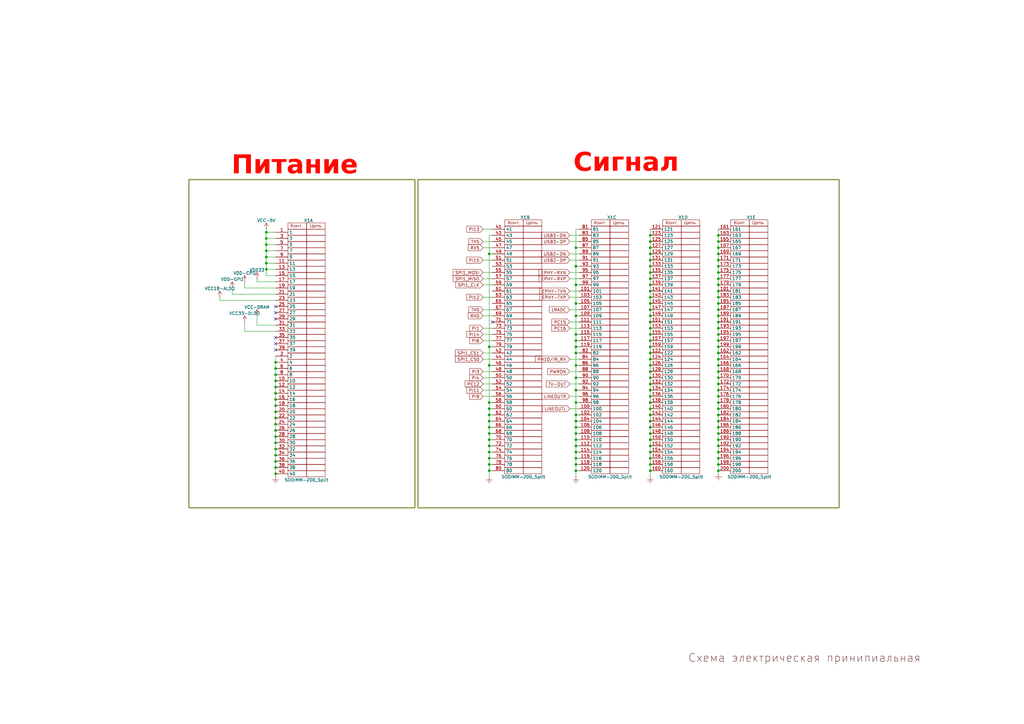
<source format=kicad_sch>
(kicad_sch (version 20250114) (generator "eeschema") (generator_version "9.0")
  (paper "A3")
  (title_block (title "Модуль вычислительный") (date "2025-05-19") (rev "2") (company "РТУ МИРЭА") (comment 1 "МРАГ.467442.002.Э3") (comment 2 "Корнилов В.В."))
  (lib_symbols
    (symbol "Connector:SODIMM-200_Split"
      (property "Reference" "X1" (at -4.318 27.686 0))
      (property "Value" "SODIMM-200_Split" (at -5.08 -78.74 0))
      (symbol "SODIMM-200_Split_1_1"
        (text "Конт." (at -9.144 25.4 0) (effects (font (size 1.27 1.27) (italic yes))))
        (text "Цепь" (at -1.27 25.4 0) (effects (font (size 1.27 1.27) (italic yes))))
        (pin passive line (at -17.78 22.86 0) (length 5.08) (name "1") (number "1"))
        (pin passive line (at -17.78 20.32 0) (length 5.08) (name "3") (number "3"))
        (pin passive line (at -17.78 17.78 0) (length 5.08) (name "5") (number "5"))
        (pin passive line (at -17.78 15.24 0) (length 5.08) (name "7") (number "7"))
        (pin passive line (at -17.78 12.7 0) (length 5.08) (name "9") (number "9"))
        (pin passive line (at -17.78 10.16 0) (length 5.08) (name "11") (number "11"))
        (pin passive line (at -17.78 7.62 0) (length 5.08) (name "13") (number "13"))
        (pin passive line (at -17.78 5.08 0) (length 5.08) (name "15") (number "15"))
        (pin passive line (at -17.78 2.54 0) (length 5.08) (name "17") (number "17"))
        (pin passive line (at -17.78 0 0) (length 5.08) (name "19") (number "19"))
        (pin passive line (at -17.78 -2.54 0) (length 5.08) (name "21") (number "21"))
        (pin passive line (at -17.78 -5.08 0) (length 5.08) (name "23") (number "23"))
        (pin passive line (at -17.78 -7.62 0) (length 5.08) (name "25") (number "25"))
        (pin passive line (at -17.78 -10.16 0) (length 5.08) (name "27") (number "27"))
        (pin passive line (at -17.78 -12.7 0) (length 5.08) (name "29") (number "29"))
        (pin passive line (at -17.78 -15.24 0) (length 5.08) (name "31") (number "31"))
        (pin passive line (at -17.78 -17.78 0) (length 5.08) (name "33") (number "33"))
        (pin passive line (at -17.78 -20.32 0) (length 5.08) (name "35") (number "35"))
        (pin passive line (at -17.78 -22.86 0) (length 5.08) (name "37") (number "37"))
        (pin passive line (at -17.78 -25.4 0) (length 5.08) (name "39") (number "39"))
        (pin passive line (at -17.78 -27.94 0) (length 5.08) (name "2") (number "2"))
        (pin passive line (at -17.78 -30.48 0) (length 5.08) (name "4") (number "4"))
        (pin passive line (at -17.78 -33.02 0) (length 5.08) (name "6") (number "6"))
        (pin passive line (at -17.78 -35.56 0) (length 5.08) (name "8") (number "8"))
        (pin passive line (at -17.78 -38.1 0) (length 5.08) (name "10") (number "10"))
        (pin passive line (at -17.78 -40.64 0) (length 5.08) (name "12") (number "12"))
        (pin passive line (at -17.78 -43.18 0) (length 5.08) (name "14") (number "14"))
        (pin passive line (at -17.78 -45.72 0) (length 5.08) (name "16") (number "16"))
        (pin passive line (at -17.78 -48.26 0) (length 5.08) (name "18") (number "18"))
        (pin passive line (at -17.78 -50.8 0) (length 5.08) (name "20") (number "20"))
        (pin passive line (at -17.78 -53.34 0) (length 5.08) (name "22") (number "22"))
        (pin passive line (at -17.78 -55.88 0) (length 5.08) (name "24") (number "24"))
        (pin passive line (at -17.78 -58.42 0) (length 5.08) (name "26") (number "26"))
        (pin passive line (at -17.78 -60.96 0) (length 5.08) (name "28") (number "28"))
        (pin passive line (at -17.78 -63.5 0) (length 5.08) (name "30") (number "30"))
        (pin passive line (at -17.78 -66.04 0) (length 5.08) (name "32") (number "32"))
        (pin passive line (at -17.78 -68.58 0) (length 5.08) (name "34") (number "34"))
        (pin passive line (at -17.78 -71.12 0) (length 5.08) (name "36") (number "36"))
        (pin passive line (at -17.78 -73.66 0) (length 5.08) (name "38") (number "38"))
        (pin passive line (at -17.78 -76.2 0) (length 5.08) (name "40") (number "40"))
      )
      (symbol "SODIMM-200_Split_2_1"
        (text "Конт." (at -8.89 25.4 0) (effects (font (size 1.27 1.27) (italic yes))))
        (text "Цепь" (at -1.524 25.4 0) (effects (font (size 1.27 1.27) (italic yes))))
        (pin passive line (at -17.78 22.86 0) (length 5.08) (name "41") (number "41"))
        (pin passive line (at -17.78 20.32 0) (length 5.08) (name "43") (number "43"))
        (pin passive line (at -17.78 17.78 0) (length 5.08) (name "45") (number "45"))
        (pin passive line (at -17.78 15.24 0) (length 5.08) (name "47") (number "47"))
        (pin passive line (at -17.78 12.7 0) (length 5.08) (name "49") (number "49"))
        (pin passive line (at -17.78 10.16 0) (length 5.08) (name "51") (number "51"))
        (pin passive line (at -17.78 7.62 0) (length 5.08) (name "53") (number "53"))
        (pin passive line (at -17.78 5.08 0) (length 5.08) (name "55") (number "55"))
        (pin passive line (at -17.78 2.54 0) (length 5.08) (name "57") (number "57"))
        (pin passive line (at -17.78 0 0) (length 5.08) (name "59") (number "59"))
        (pin passive line (at -17.78 -2.54 0) (length 5.08) (name "61") (number "61"))
        (pin passive line (at -17.78 -5.08 0) (length 5.08) (name "63") (number "63"))
        (pin passive line (at -17.78 -7.62 0) (length 5.08) (name "65") (number "65"))
        (pin passive line (at -17.78 -10.16 0) (length 5.08) (name "67") (number "67"))
        (pin passive line (at -17.78 -12.7 0) (length 5.08) (name "69") (number "69"))
        (pin passive line (at -17.78 -15.24 0) (length 5.08) (name "71") (number "71"))
        (pin passive line (at -17.78 -17.78 0) (length 5.08) (name "73") (number "73"))
        (pin passive line (at -17.78 -20.32 0) (length 5.08) (name "75") (number "75"))
        (pin passive line (at -17.78 -22.86 0) (length 5.08) (name "77") (number "77"))
        (pin passive line (at -17.78 -25.4 0) (length 5.08) (name "79") (number "79"))
        (pin passive line (at -17.78 -27.94 0) (length 5.08) (name "42") (number "42"))
        (pin passive line (at -17.78 -30.48 0) (length 5.08) (name "44") (number "44"))
        (pin passive line (at -17.78 -33.02 0) (length 5.08) (name "46") (number "46"))
        (pin passive line (at -17.78 -35.56 0) (length 5.08) (name "48") (number "48"))
        (pin passive line (at -17.78 -38.1 0) (length 5.08) (name "50") (number "50"))
        (pin passive line (at -17.78 -40.64 0) (length 5.08) (name "52") (number "52"))
        (pin passive line (at -17.78 -43.18 0) (length 5.08) (name "54") (number "54"))
        (pin passive line (at -17.78 -45.72 0) (length 5.08) (name "56") (number "56"))
        (pin passive line (at -17.78 -48.26 0) (length 5.08) (name "58") (number "58"))
        (pin passive line (at -17.78 -50.8 0) (length 5.08) (name "60") (number "60"))
        (pin passive line (at -17.78 -53.34 0) (length 5.08) (name "62") (number "62"))
        (pin passive line (at -17.78 -55.88 0) (length 5.08) (name "64") (number "64"))
        (pin passive line (at -17.78 -58.42 0) (length 5.08) (name "66") (number "66"))
        (pin passive line (at -17.78 -60.96 0) (length 5.08) (name "68") (number "68"))
        (pin passive line (at -17.78 -63.5 0) (length 5.08) (name "70") (number "70"))
        (pin passive line (at -17.78 -66.04 0) (length 5.08) (name "72") (number "72"))
        (pin passive line (at -17.78 -68.58 0) (length 5.08) (name "74") (number "74"))
        (pin passive line (at -17.78 -71.12 0) (length 5.08) (name "76") (number "76"))
        (pin passive line (at -17.78 -73.66 0) (length 5.08) (name "78") (number "78"))
        (pin passive line (at -17.78 -76.2 0) (length 5.08) (name "80") (number "80"))
      )
      (symbol "SODIMM-200_Split_3_1"
        (text "Конт." (at -9.144 25.4 0) (effects (font (size 1.27 1.27) (italic yes))))
        (text "Цепь" (at -1.524 25.4 0) (effects (font (size 1.27 1.27) (italic yes))))
        (pin passive line (at -17.78 22.86 0) (length 5.08) (name "81") (number "81"))
        (pin passive line (at -17.78 20.32 0) (length 5.08) (name "83") (number "83"))
        (pin passive line (at -17.78 17.78 0) (length 5.08) (name "85") (number "85"))
        (pin passive line (at -17.78 15.24 0) (length 5.08) (name "87") (number "87"))
        (pin passive line (at -17.78 12.7 0) (length 5.08) (name "89") (number "89"))
        (pin passive line (at -17.78 10.16 0) (length 5.08) (name "91") (number "91"))
        (pin passive line (at -17.78 7.62 0) (length 5.08) (name "93") (number "93"))
        (pin passive line (at -17.78 5.08 0) (length 5.08) (name "95") (number "95"))
        (pin passive line (at -17.78 2.54 0) (length 5.08) (name "97") (number "97"))
        (pin passive line (at -17.78 0 0) (length 5.08) (name "99") (number "99"))
        (pin passive line (at -17.78 -2.54 0) (length 5.08) (name "101") (number "101"))
        (pin passive line (at -17.78 -5.08 0) (length 5.08) (name "103") (number "103"))
        (pin passive line (at -17.78 -7.62 0) (length 5.08) (name "105") (number "105"))
        (pin passive line (at -17.78 -10.16 0) (length 5.08) (name "107") (number "107"))
        (pin passive line (at -17.78 -12.7 0) (length 5.08) (name "109") (number "109"))
        (pin passive line (at -17.78 -15.24 0) (length 5.08) (name "111") (number "111"))
        (pin passive line (at -17.78 -17.78 0) (length 5.08) (name "113") (number "113"))
        (pin passive line (at -17.78 -20.32 0) (length 5.08) (name "115") (number "115"))
        (pin passive line (at -17.78 -22.86 0) (length 5.08) (name "117") (number "117"))
        (pin passive line (at -17.78 -25.4 0) (length 5.08) (name "119") (number "119"))
        (pin passive line (at -17.78 -27.94 0) (length 5.08) (name "82") (number "82"))
        (pin passive line (at -17.78 -30.48 0) (length 5.08) (name "84") (number "84"))
        (pin passive line (at -17.78 -33.02 0) (length 5.08) (name "86") (number "86"))
        (pin passive line (at -17.78 -35.56 0) (length 5.08) (name "88") (number "88"))
        (pin passive line (at -17.78 -38.1 0) (length 5.08) (name "90") (number "90"))
        (pin passive line (at -17.78 -40.64 0) (length 5.08) (name "92") (number "92"))
        (pin passive line (at -17.78 -43.18 0) (length 5.08) (name "94") (number "94"))
        (pin passive line (at -17.78 -45.72 0) (length 5.08) (name "96") (number "96"))
        (pin passive line (at -17.78 -48.26 0) (length 5.08) (name "98") (number "98"))
        (pin passive line (at -17.78 -50.8 0) (length 5.08) (name "100") (number "100"))
        (pin passive line (at -17.78 -53.34 0) (length 5.08) (name "102") (number "102"))
        (pin passive line (at -17.78 -55.88 0) (length 5.08) (name "104") (number "104"))
        (pin passive line (at -17.78 -58.42 0) (length 5.08) (name "106") (number "106"))
        (pin passive line (at -17.78 -60.96 0) (length 5.08) (name "108") (number "108"))
        (pin passive line (at -17.78 -63.5 0) (length 5.08) (name "110") (number "110"))
        (pin passive line (at -17.78 -66.04 0) (length 5.08) (name "112") (number "112"))
        (pin passive line (at -17.78 -68.58 0) (length 5.08) (name "114") (number "114"))
        (pin passive line (at -17.78 -71.12 0) (length 5.08) (name "116") (number "116"))
        (pin passive line (at -17.78 -73.66 0) (length 5.08) (name "118") (number "118"))
        (pin passive line (at -17.78 -76.2 0) (length 5.08) (name "120") (number "120"))
      )
      (symbol "SODIMM-200_Split_4_1"
        (text "Конт." (at -8.89 25.4 0) (effects (font (size 1.27 1.27) (italic yes))))
        (text "Цепь" (at -1.524 25.4 0) (effects (font (size 1.27 1.27) (italic yes))))
        (pin passive line (at -17.78 22.86 0) (length 5.08) (name "121") (number "121"))
        (pin passive line (at -17.78 20.32 0) (length 5.08) (name "123") (number "123"))
        (pin passive line (at -17.78 17.78 0) (length 5.08) (name "125") (number "125"))
        (pin passive line (at -17.78 15.24 0) (length 5.08) (name "127") (number "127"))
        (pin passive line (at -17.78 12.7 0) (length 5.08) (name "129") (number "129"))
        (pin passive line (at -17.78 10.16 0) (length 5.08) (name "131") (number "131"))
        (pin passive line (at -17.78 7.62 0) (length 5.08) (name "133") (number "133"))
        (pin passive line (at -17.78 5.08 0) (length 5.08) (name "135") (number "135"))
        (pin passive line (at -17.78 2.54 0) (length 5.08) (name "137") (number "137"))
        (pin passive line (at -17.78 0 0) (length 5.08) (name "139") (number "139"))
        (pin passive line (at -17.78 -2.54 0) (length 5.08) (name "141") (number "141"))
        (pin passive line (at -17.78 -5.08 0) (length 5.08) (name "143") (number "143"))
        (pin passive line (at -17.78 -7.62 0) (length 5.08) (name "145") (number "145"))
        (pin passive line (at -17.78 -10.16 0) (length 5.08) (name "147") (number "147"))
        (pin passive line (at -17.78 -12.7 0) (length 5.08) (name "149") (number "149"))
        (pin passive line (at -17.78 -15.24 0) (length 5.08) (name "151") (number "151"))
        (pin passive line (at -17.78 -17.78 0) (length 5.08) (name "153") (number "153"))
        (pin passive line (at -17.78 -20.32 0) (length 5.08) (name "155") (number "155"))
        (pin passive line (at -17.78 -22.86 0) (length 5.08) (name "157") (number "157"))
        (pin passive line (at -17.78 -25.4 0) (length 5.08) (name "159") (number "159"))
        (pin passive line (at -17.78 -27.94 0) (length 5.08) (name "122") (number "122"))
        (pin passive line (at -17.78 -30.48 0) (length 5.08) (name "124") (number "124"))
        (pin passive line (at -17.78 -33.02 0) (length 5.08) (name "126") (number "126"))
        (pin passive line (at -17.78 -35.56 0) (length 5.08) (name "128") (number "128"))
        (pin passive line (at -17.78 -38.1 0) (length 5.08) (name "130") (number "130"))
        (pin passive line (at -17.78 -40.64 0) (length 5.08) (name "132") (number "132"))
        (pin passive line (at -17.78 -43.18 0) (length 5.08) (name "134") (number "134"))
        (pin passive line (at -17.78 -45.72 0) (length 5.08) (name "136") (number "136"))
        (pin passive line (at -17.78 -48.26 0) (length 5.08) (name "138") (number "138"))
        (pin passive line (at -17.78 -50.8 0) (length 5.08) (name "140") (number "140"))
        (pin passive line (at -17.78 -53.34 0) (length 5.08) (name "142") (number "142"))
        (pin passive line (at -17.78 -55.88 0) (length 5.08) (name "144") (number "144"))
        (pin passive line (at -17.78 -58.42 0) (length 5.08) (name "146") (number "146"))
        (pin passive line (at -17.78 -60.96 0) (length 5.08) (name "148") (number "148"))
        (pin passive line (at -17.78 -63.5 0) (length 5.08) (name "150") (number "150"))
        (pin passive line (at -17.78 -66.04 0) (length 5.08) (name "152") (number "152"))
        (pin passive line (at -17.78 -68.58 0) (length 5.08) (name "154") (number "154"))
        (pin passive line (at -17.78 -71.12 0) (length 5.08) (name "156") (number "156"))
        (pin passive line (at -17.78 -73.66 0) (length 5.08) (name "158") (number "158"))
        (pin passive line (at -17.78 -76.2 0) (length 5.08) (name "160") (number "160"))
      )
      (symbol "SODIMM-200_Split_5_1"
        (text "Конт." (at -8.89 25.4 0) (effects (font (size 1.27 1.27) (italic yes))))
        (text "Цепь" (at -1.524 25.4 0) (effects (font (size 1.27 1.27) (italic yes))))
        (pin passive line (at -17.78 22.86 0) (length 5.08) (name "161") (number "161"))
        (pin passive line (at -17.78 20.32 0) (length 5.08) (name "163") (number "163"))
        (pin passive line (at -17.78 17.78 0) (length 5.08) (name "165") (number "165"))
        (pin passive line (at -17.78 15.24 0) (length 5.08) (name "167") (number "167"))
        (pin passive line (at -17.78 12.7 0) (length 5.08) (name "169") (number "169"))
        (pin passive line (at -17.78 10.16 0) (length 5.08) (name "171") (number "171"))
        (pin passive line (at -17.78 7.62 0) (length 5.08) (name "173") (number "173"))
        (pin passive line (at -17.78 5.08 0) (length 5.08) (name "175") (number "175"))
        (pin passive line (at -17.78 2.54 0) (length 5.08) (name "177") (number "177"))
        (pin passive line (at -17.78 0 0) (length 5.08) (name "179") (number "179"))
        (pin passive line (at -17.78 -2.54 0) (length 5.08) (name "181") (number "181"))
        (pin passive line (at -17.78 -5.08 0) (length 5.08) (name "183") (number "183"))
        (pin passive line (at -17.78 -7.62 0) (length 5.08) (name "185") (number "185"))
        (pin passive line (at -17.78 -10.16 0) (length 5.08) (name "187") (number "187"))
        (pin passive line (at -17.78 -12.7 0) (length 5.08) (name "189") (number "189"))
        (pin passive line (at -17.78 -15.24 0) (length 5.08) (name "191") (number "191"))
        (pin passive line (at -17.78 -17.78 0) (length 5.08) (name "193") (number "193"))
        (pin passive line (at -17.78 -20.32 0) (length 5.08) (name "195") (number "195"))
        (pin passive line (at -17.78 -22.86 0) (length 5.08) (name "197") (number "197"))
        (pin passive line (at -17.78 -25.4 0) (length 5.08) (name "199") (number "199"))
        (pin passive line (at -17.78 -27.94 0) (length 5.08) (name "162") (number "162"))
        (pin passive line (at -17.78 -30.48 0) (length 5.08) (name "164") (number "164"))
        (pin passive line (at -17.78 -33.02 0) (length 5.08) (name "166") (number "166"))
        (pin passive line (at -17.78 -35.56 0) (length 5.08) (name "168") (number "168"))
        (pin passive line (at -17.78 -38.1 0) (length 5.08) (name "170") (number "170"))
        (pin passive line (at -17.78 -40.64 0) (length 5.08) (name "172") (number "172"))
        (pin passive line (at -17.78 -43.18 0) (length 5.08) (name "174") (number "174"))
        (pin passive line (at -17.78 -45.72 0) (length 5.08) (name "176") (number "176"))
        (pin passive line (at -17.78 -48.26 0) (length 5.08) (name "178") (number "178"))
        (pin passive line (at -17.78 -50.8 0) (length 5.08) (name "180") (number "180"))
        (pin passive line (at -17.78 -53.34 0) (length 5.08) (name "182") (number "182"))
        (pin passive line (at -17.78 -55.88 0) (length 5.08) (name "184") (number "184"))
        (pin passive line (at -17.78 -58.42 0) (length 5.08) (name "186") (number "186"))
        (pin passive line (at -17.78 -60.96 0) (length 5.08) (name "188") (number "188"))
        (pin passive line (at -17.78 -63.5 0) (length 5.08) (name "190") (number "190"))
        (pin passive line (at -17.78 -66.04 0) (length 5.08) (name "192") (number "192"))
        (pin passive line (at -17.78 -68.58 0) (length 5.08) (name "194") (number "194"))
        (pin passive line (at -17.78 -71.12 0) (length 5.08) (name "196") (number "196"))
        (pin passive line (at -17.78 -73.66 0) (length 5.08) (name "198") (number "198"))
        (pin passive line (at -17.78 -76.2 0) (length 5.08) (name "200") (number "200"))
      )
    )
    (symbol "SODIMM-200_Split_1"
      (property "Reference" "X1" (at -4.318 27.686 0))
      (property "Value" "SODIMM-200_Split" (at -5.08 -78.74 0))
      (symbol "SODIMM-200_Split_1_1_1"
        (text "Конт." (at -9.144 25.4 0) (effects (font (size 1.27 1.27) (italic yes))))
        (text "Цепь" (at -1.27 25.4 0) (effects (font (size 1.27 1.27) (italic yes))))
        (pin passive line (at -17.78 22.86 0) (length 5.08) (name "1") (number "1"))
        (pin passive line (at -17.78 20.32 0) (length 5.08) (name "3") (number "3"))
        (pin passive line (at -17.78 17.78 0) (length 5.08) (name "5") (number "5"))
        (pin passive line (at -17.78 15.24 0) (length 5.08) (name "7") (number "7"))
        (pin passive line (at -17.78 12.7 0) (length 5.08) (name "9") (number "9"))
        (pin passive line (at -17.78 10.16 0) (length 5.08) (name "11") (number "11"))
        (pin passive line (at -17.78 7.62 0) (length 5.08) (name "13") (number "13"))
        (pin passive line (at -17.78 5.08 0) (length 5.08) (name "15") (number "15"))
        (pin passive line (at -17.78 2.54 0) (length 5.08) (name "17") (number "17"))
        (pin passive line (at -17.78 0 0) (length 5.08) (name "19") (number "19"))
        (pin passive line (at -17.78 -2.54 0) (length 5.08) (name "21") (number "21"))
        (pin passive line (at -17.78 -5.08 0) (length 5.08) (name "23") (number "23"))
        (pin passive line (at -17.78 -7.62 0) (length 5.08) (name "25") (number "25"))
        (pin passive line (at -17.78 -10.16 0) (length 5.08) (name "27") (number "27"))
        (pin passive line (at -17.78 -12.7 0) (length 5.08) (name "29") (number "29"))
        (pin passive line (at -17.78 -15.24 0) (length 5.08) (name "31") (number "31"))
        (pin passive line (at -17.78 -17.78 0) (length 5.08) (name "33") (number "33"))
        (pin passive line (at -17.78 -20.32 0) (length 5.08) (name "35") (number "35"))
        (pin passive line (at -17.78 -22.86 0) (length 5.08) (name "37") (number "37"))
        (pin passive line (at -17.78 -25.4 0) (length 5.08) (name "39") (number "39"))
        (pin passive line (at -17.78 -27.94 0) (length 5.08) (name "2") (number "2"))
        (pin passive line (at -17.78 -30.48 0) (length 5.08) (name "4") (number "4"))
        (pin passive line (at -17.78 -33.02 0) (length 5.08) (name "6") (number "6"))
        (pin passive line (at -17.78 -35.56 0) (length 5.08) (name "8") (number "8"))
        (pin passive line (at -17.78 -38.1 0) (length 5.08) (name "10") (number "10"))
        (pin passive line (at -17.78 -40.64 0) (length 5.08) (name "12") (number "12"))
        (pin passive line (at -17.78 -43.18 0) (length 5.08) (name "14") (number "14"))
        (pin passive line (at -17.78 -45.72 0) (length 5.08) (name "16") (number "16"))
        (pin passive line (at -17.78 -48.26 0) (length 5.08) (name "18") (number "18"))
        (pin passive line (at -17.78 -50.8 0) (length 5.08) (name "20") (number "20"))
        (pin passive line (at -17.78 -53.34 0) (length 5.08) (name "22") (number "22"))
        (pin passive line (at -17.78 -55.88 0) (length 5.08) (name "24") (number "24"))
        (pin passive line (at -17.78 -58.42 0) (length 5.08) (name "26") (number "26"))
        (pin passive line (at -17.78 -60.96 0) (length 5.08) (name "28") (number "28"))
        (pin passive line (at -17.78 -63.5 0) (length 5.08) (name "30") (number "30"))
        (pin passive line (at -17.78 -66.04 0) (length 5.08) (name "32") (number "32"))
        (pin passive line (at -17.78 -68.58 0) (length 5.08) (name "34") (number "34"))
        (pin passive line (at -17.78 -71.12 0) (length 5.08) (name "36") (number "36"))
        (pin passive line (at -17.78 -73.66 0) (length 5.08) (name "38") (number "38"))
        (pin passive line (at -17.78 -76.2 0) (length 5.08) (name "40") (number "40"))
      )
      (symbol "SODIMM-200_Split_1_2_1"
        (text "Конт." (at -8.89 25.4 0) (effects (font (size 1.27 1.27) (italic yes))))
        (text "Цепь" (at -1.524 25.4 0) (effects (font (size 1.27 1.27) (italic yes))))
        (pin passive line (at -17.78 22.86 0) (length 5.08) (name "41") (number "41"))
        (pin passive line (at -17.78 20.32 0) (length 5.08) (name "43") (number "43"))
        (pin passive line (at -17.78 17.78 0) (length 5.08) (name "45") (number "45"))
        (pin passive line (at -17.78 15.24 0) (length 5.08) (name "47") (number "47"))
        (pin passive line (at -17.78 12.7 0) (length 5.08) (name "49") (number "49"))
        (pin passive line (at -17.78 10.16 0) (length 5.08) (name "51") (number "51"))
        (pin passive line (at -17.78 7.62 0) (length 5.08) (name "53") (number "53"))
        (pin passive line (at -17.78 5.08 0) (length 5.08) (name "55") (number "55"))
        (pin passive line (at -17.78 2.54 0) (length 5.08) (name "57") (number "57"))
        (pin passive line (at -17.78 0 0) (length 5.08) (name "59") (number "59"))
        (pin passive line (at -17.78 -2.54 0) (length 5.08) (name "61") (number "61"))
        (pin passive line (at -17.78 -5.08 0) (length 5.08) (name "63") (number "63"))
        (pin passive line (at -17.78 -7.62 0) (length 5.08) (name "65") (number "65"))
        (pin passive line (at -17.78 -10.16 0) (length 5.08) (name "67") (number "67"))
        (pin passive line (at -17.78 -12.7 0) (length 5.08) (name "69") (number "69"))
        (pin passive line (at -17.78 -15.24 0) (length 5.08) (name "71") (number "71"))
        (pin passive line (at -17.78 -17.78 0) (length 5.08) (name "73") (number "73"))
        (pin passive line (at -17.78 -20.32 0) (length 5.08) (name "75") (number "75"))
        (pin passive line (at -17.78 -22.86 0) (length 5.08) (name "77") (number "77"))
        (pin passive line (at -17.78 -25.4 0) (length 5.08) (name "79") (number "79"))
        (pin passive line (at -17.78 -27.94 0) (length 5.08) (name "42") (number "42"))
        (pin passive line (at -17.78 -30.48 0) (length 5.08) (name "44") (number "44"))
        (pin passive line (at -17.78 -33.02 0) (length 5.08) (name "46") (number "46"))
        (pin passive line (at -17.78 -35.56 0) (length 5.08) (name "48") (number "48"))
        (pin passive line (at -17.78 -38.1 0) (length 5.08) (name "50") (number "50"))
        (pin passive line (at -17.78 -40.64 0) (length 5.08) (name "52") (number "52"))
        (pin passive line (at -17.78 -43.18 0) (length 5.08) (name "54") (number "54"))
        (pin passive line (at -17.78 -45.72 0) (length 5.08) (name "56") (number "56"))
        (pin passive line (at -17.78 -48.26 0) (length 5.08) (name "58") (number "58"))
        (pin passive line (at -17.78 -50.8 0) (length 5.08) (name "60") (number "60"))
        (pin passive line (at -17.78 -53.34 0) (length 5.08) (name "62") (number "62"))
        (pin passive line (at -17.78 -55.88 0) (length 5.08) (name "64") (number "64"))
        (pin passive line (at -17.78 -58.42 0) (length 5.08) (name "66") (number "66"))
        (pin passive line (at -17.78 -60.96 0) (length 5.08) (name "68") (number "68"))
        (pin passive line (at -17.78 -63.5 0) (length 5.08) (name "70") (number "70"))
        (pin passive line (at -17.78 -66.04 0) (length 5.08) (name "72") (number "72"))
        (pin passive line (at -17.78 -68.58 0) (length 5.08) (name "74") (number "74"))
        (pin passive line (at -17.78 -71.12 0) (length 5.08) (name "76") (number "76"))
        (pin passive line (at -17.78 -73.66 0) (length 5.08) (name "78") (number "78"))
        (pin passive line (at -17.78 -76.2 0) (length 5.08) (name "80") (number "80"))
      )
      (symbol "SODIMM-200_Split_1_3_1"
        (text "Конт." (at -9.144 25.4 0) (effects (font (size 1.27 1.27) (italic yes))))
        (text "Цепь" (at -1.524 25.4 0) (effects (font (size 1.27 1.27) (italic yes))))
        (pin passive line (at -17.78 22.86 0) (length 5.08) (name "81") (number "81"))
        (pin passive line (at -17.78 20.32 0) (length 5.08) (name "83") (number "83"))
        (pin passive line (at -17.78 17.78 0) (length 5.08) (name "85") (number "85"))
        (pin passive line (at -17.78 15.24 0) (length 5.08) (name "87") (number "87"))
        (pin passive line (at -17.78 12.7 0) (length 5.08) (name "89") (number "89"))
        (pin passive line (at -17.78 10.16 0) (length 5.08) (name "91") (number "91"))
        (pin passive line (at -17.78 7.62 0) (length 5.08) (name "93") (number "93"))
        (pin passive line (at -17.78 5.08 0) (length 5.08) (name "95") (number "95"))
        (pin passive line (at -17.78 2.54 0) (length 5.08) (name "97") (number "97"))
        (pin passive line (at -17.78 0 0) (length 5.08) (name "99") (number "99"))
        (pin passive line (at -17.78 -2.54 0) (length 5.08) (name "101") (number "101"))
        (pin passive line (at -17.78 -5.08 0) (length 5.08) (name "103") (number "103"))
        (pin passive line (at -17.78 -7.62 0) (length 5.08) (name "105") (number "105"))
        (pin passive line (at -17.78 -10.16 0) (length 5.08) (name "107") (number "107"))
        (pin passive line (at -17.78 -12.7 0) (length 5.08) (name "109") (number "109"))
        (pin passive line (at -17.78 -15.24 0) (length 5.08) (name "111") (number "111"))
        (pin passive line (at -17.78 -17.78 0) (length 5.08) (name "113") (number "113"))
        (pin passive line (at -17.78 -20.32 0) (length 5.08) (name "115") (number "115"))
        (pin passive line (at -17.78 -22.86 0) (length 5.08) (name "117") (number "117"))
        (pin passive line (at -17.78 -25.4 0) (length 5.08) (name "119") (number "119"))
        (pin passive line (at -17.78 -27.94 0) (length 5.08) (name "82") (number "82"))
        (pin passive line (at -17.78 -30.48 0) (length 5.08) (name "84") (number "84"))
        (pin passive line (at -17.78 -33.02 0) (length 5.08) (name "86") (number "86"))
        (pin passive line (at -17.78 -35.56 0) (length 5.08) (name "88") (number "88"))
        (pin passive line (at -17.78 -38.1 0) (length 5.08) (name "90") (number "90"))
        (pin passive line (at -17.78 -40.64 0) (length 5.08) (name "92") (number "92"))
        (pin passive line (at -17.78 -43.18 0) (length 5.08) (name "94") (number "94"))
        (pin passive line (at -17.78 -45.72 0) (length 5.08) (name "96") (number "96"))
        (pin passive line (at -17.78 -48.26 0) (length 5.08) (name "98") (number "98"))
        (pin passive line (at -17.78 -50.8 0) (length 5.08) (name "100") (number "100"))
        (pin passive line (at -17.78 -53.34 0) (length 5.08) (name "102") (number "102"))
        (pin passive line (at -17.78 -55.88 0) (length 5.08) (name "104") (number "104"))
        (pin passive line (at -17.78 -58.42 0) (length 5.08) (name "106") (number "106"))
        (pin passive line (at -17.78 -60.96 0) (length 5.08) (name "108") (number "108"))
        (pin passive line (at -17.78 -63.5 0) (length 5.08) (name "110") (number "110"))
        (pin passive line (at -17.78 -66.04 0) (length 5.08) (name "112") (number "112"))
        (pin passive line (at -17.78 -68.58 0) (length 5.08) (name "114") (number "114"))
        (pin passive line (at -17.78 -71.12 0) (length 5.08) (name "116") (number "116"))
        (pin passive line (at -17.78 -73.66 0) (length 5.08) (name "118") (number "118"))
        (pin passive line (at -17.78 -76.2 0) (length 5.08) (name "120") (number "120"))
      )
      (symbol "SODIMM-200_Split_1_4_1"
        (text "Конт." (at -8.89 25.4 0) (effects (font (size 1.27 1.27) (italic yes))))
        (text "Цепь" (at -1.524 25.4 0) (effects (font (size 1.27 1.27) (italic yes))))
        (pin passive line (at -17.78 22.86 0) (length 5.08) (name "121") (number "121"))
        (pin passive line (at -17.78 20.32 0) (length 5.08) (name "123") (number "123"))
        (pin passive line (at -17.78 17.78 0) (length 5.08) (name "125") (number "125"))
        (pin passive line (at -17.78 15.24 0) (length 5.08) (name "127") (number "127"))
        (pin passive line (at -17.78 12.7 0) (length 5.08) (name "129") (number "129"))
        (pin passive line (at -17.78 10.16 0) (length 5.08) (name "131") (number "131"))
        (pin passive line (at -17.78 7.62 0) (length 5.08) (name "133") (number "133"))
        (pin passive line (at -17.78 5.08 0) (length 5.08) (name "135") (number "135"))
        (pin passive line (at -17.78 2.54 0) (length 5.08) (name "137") (number "137"))
        (pin passive line (at -17.78 0 0) (length 5.08) (name "139") (number "139"))
        (pin passive line (at -17.78 -2.54 0) (length 5.08) (name "141") (number "141"))
        (pin passive line (at -17.78 -5.08 0) (length 5.08) (name "143") (number "143"))
        (pin passive line (at -17.78 -7.62 0) (length 5.08) (name "145") (number "145"))
        (pin passive line (at -17.78 -10.16 0) (length 5.08) (name "147") (number "147"))
        (pin passive line (at -17.78 -12.7 0) (length 5.08) (name "149") (number "149"))
        (pin passive line (at -17.78 -15.24 0) (length 5.08) (name "151") (number "151"))
        (pin passive line (at -17.78 -17.78 0) (length 5.08) (name "153") (number "153"))
        (pin passive line (at -17.78 -20.32 0) (length 5.08) (name "155") (number "155"))
        (pin passive line (at -17.78 -22.86 0) (length 5.08) (name "157") (number "157"))
        (pin passive line (at -17.78 -25.4 0) (length 5.08) (name "159") (number "159"))
        (pin passive line (at -17.78 -27.94 0) (length 5.08) (name "122") (number "122"))
        (pin passive line (at -17.78 -30.48 0) (length 5.08) (name "124") (number "124"))
        (pin passive line (at -17.78 -33.02 0) (length 5.08) (name "126") (number "126"))
        (pin passive line (at -17.78 -35.56 0) (length 5.08) (name "128") (number "128"))
        (pin passive line (at -17.78 -38.1 0) (length 5.08) (name "130") (number "130"))
        (pin passive line (at -17.78 -40.64 0) (length 5.08) (name "132") (number "132"))
        (pin passive line (at -17.78 -43.18 0) (length 5.08) (name "134") (number "134"))
        (pin passive line (at -17.78 -45.72 0) (length 5.08) (name "136") (number "136"))
        (pin passive line (at -17.78 -48.26 0) (length 5.08) (name "138") (number "138"))
        (pin passive line (at -17.78 -50.8 0) (length 5.08) (name "140") (number "140"))
        (pin passive line (at -17.78 -53.34 0) (length 5.08) (name "142") (number "142"))
        (pin passive line (at -17.78 -55.88 0) (length 5.08) (name "144") (number "144"))
        (pin passive line (at -17.78 -58.42 0) (length 5.08) (name "146") (number "146"))
        (pin passive line (at -17.78 -60.96 0) (length 5.08) (name "148") (number "148"))
        (pin passive line (at -17.78 -63.5 0) (length 5.08) (name "150") (number "150"))
        (pin passive line (at -17.78 -66.04 0) (length 5.08) (name "152") (number "152"))
        (pin passive line (at -17.78 -68.58 0) (length 5.08) (name "154") (number "154"))
        (pin passive line (at -17.78 -71.12 0) (length 5.08) (name "156") (number "156"))
        (pin passive line (at -17.78 -73.66 0) (length 5.08) (name "158") (number "158"))
        (pin passive line (at -17.78 -76.2 0) (length 5.08) (name "160") (number "160"))
      )
      (symbol "SODIMM-200_Split_1_5_1"
        (text "Конт." (at -8.89 25.4 0) (effects (font (size 1.27 1.27) (italic yes))))
        (text "Цепь" (at -1.524 25.4 0) (effects (font (size 1.27 1.27) (italic yes))))
        (pin passive line (at -17.78 22.86 0) (length 5.08) (name "161") (number "161"))
        (pin passive line (at -17.78 20.32 0) (length 5.08) (name "163") (number "163"))
        (pin passive line (at -17.78 17.78 0) (length 5.08) (name "165") (number "165"))
        (pin passive line (at -17.78 15.24 0) (length 5.08) (name "167") (number "167"))
        (pin passive line (at -17.78 12.7 0) (length 5.08) (name "169") (number "169"))
        (pin passive line (at -17.78 10.16 0) (length 5.08) (name "171") (number "171"))
        (pin passive line (at -17.78 7.62 0) (length 5.08) (name "173") (number "173"))
        (pin passive line (at -17.78 5.08 0) (length 5.08) (name "175") (number "175"))
        (pin passive line (at -17.78 2.54 0) (length 5.08) (name "177") (number "177"))
        (pin passive line (at -17.78 0 0) (length 5.08) (name "179") (number "179"))
        (pin passive line (at -17.78 -2.54 0) (length 5.08) (name "181") (number "181"))
        (pin passive line (at -17.78 -5.08 0) (length 5.08) (name "183") (number "183"))
        (pin passive line (at -17.78 -7.62 0) (length 5.08) (name "185") (number "185"))
        (pin passive line (at -17.78 -10.16 0) (length 5.08) (name "187") (number "187"))
        (pin passive line (at -17.78 -12.7 0) (length 5.08) (name "189") (number "189"))
        (pin passive line (at -17.78 -15.24 0) (length 5.08) (name "191") (number "191"))
        (pin passive line (at -17.78 -17.78 0) (length 5.08) (name "193") (number "193"))
        (pin passive line (at -17.78 -20.32 0) (length 5.08) (name "195") (number "195"))
        (pin passive line (at -17.78 -22.86 0) (length 5.08) (name "197") (number "197"))
        (pin passive line (at -17.78 -25.4 0) (length 5.08) (name "199") (number "199"))
        (pin passive line (at -17.78 -27.94 0) (length 5.08) (name "162") (number "162"))
        (pin passive line (at -17.78 -30.48 0) (length 5.08) (name "164") (number "164"))
        (pin passive line (at -17.78 -33.02 0) (length 5.08) (name "166") (number "166"))
        (pin passive line (at -17.78 -35.56 0) (length 5.08) (name "168") (number "168"))
        (pin passive line (at -17.78 -38.1 0) (length 5.08) (name "170") (number "170"))
        (pin passive line (at -17.78 -40.64 0) (length 5.08) (name "172") (number "172"))
        (pin passive line (at -17.78 -43.18 0) (length 5.08) (name "174") (number "174"))
        (pin passive line (at -17.78 -45.72 0) (length 5.08) (name "176") (number "176"))
        (pin passive line (at -17.78 -48.26 0) (length 5.08) (name "178") (number "178"))
        (pin passive line (at -17.78 -50.8 0) (length 5.08) (name "180") (number "180"))
        (pin passive line (at -17.78 -53.34 0) (length 5.08) (name "182") (number "182"))
        (pin passive line (at -17.78 -55.88 0) (length 5.08) (name "184") (number "184"))
        (pin passive line (at -17.78 -58.42 0) (length 5.08) (name "186") (number "186"))
        (pin passive line (at -17.78 -60.96 0) (length 5.08) (name "188") (number "188"))
        (pin passive line (at -17.78 -63.5 0) (length 5.08) (name "190") (number "190"))
        (pin passive line (at -17.78 -66.04 0) (length 5.08) (name "192") (number "192"))
        (pin passive line (at -17.78 -68.58 0) (length 5.08) (name "194") (number "194"))
        (pin passive line (at -17.78 -71.12 0) (length 5.08) (name "196") (number "196"))
        (pin passive line (at -17.78 -73.66 0) (length 5.08) (name "198") (number "198"))
        (pin passive line (at -17.78 -76.2 0) (length 5.08) (name "200") (number "200"))
      )
    )
    (symbol "SODIMM-200_Split_2"
      (property "Reference" "X1" (at -4.318 27.686 0))
      (property "Value" "SODIMM-200_Split" (at -5.08 -78.74 0))
      (symbol "SODIMM-200_Split_2_1_1"
        (text "Конт." (at -9.144 25.4 0) (effects (font (size 1.27 1.27) (italic yes))))
        (text "Цепь" (at -1.27 25.4 0) (effects (font (size 1.27 1.27) (italic yes))))
        (pin passive line (at -17.78 22.86 0) (length 5.08) (name "1") (number "1"))
        (pin passive line (at -17.78 20.32 0) (length 5.08) (name "3") (number "3"))
        (pin passive line (at -17.78 17.78 0) (length 5.08) (name "5") (number "5"))
        (pin passive line (at -17.78 15.24 0) (length 5.08) (name "7") (number "7"))
        (pin passive line (at -17.78 12.7 0) (length 5.08) (name "9") (number "9"))
        (pin passive line (at -17.78 10.16 0) (length 5.08) (name "11") (number "11"))
        (pin passive line (at -17.78 7.62 0) (length 5.08) (name "13") (number "13"))
        (pin passive line (at -17.78 5.08 0) (length 5.08) (name "15") (number "15"))
        (pin passive line (at -17.78 2.54 0) (length 5.08) (name "17") (number "17"))
        (pin passive line (at -17.78 0 0) (length 5.08) (name "19") (number "19"))
        (pin passive line (at -17.78 -2.54 0) (length 5.08) (name "21") (number "21"))
        (pin passive line (at -17.78 -5.08 0) (length 5.08) (name "23") (number "23"))
        (pin passive line (at -17.78 -7.62 0) (length 5.08) (name "25") (number "25"))
        (pin passive line (at -17.78 -10.16 0) (length 5.08) (name "27") (number "27"))
        (pin passive line (at -17.78 -12.7 0) (length 5.08) (name "29") (number "29"))
        (pin passive line (at -17.78 -15.24 0) (length 5.08) (name "31") (number "31"))
        (pin passive line (at -17.78 -17.78 0) (length 5.08) (name "33") (number "33"))
        (pin passive line (at -17.78 -20.32 0) (length 5.08) (name "35") (number "35"))
        (pin passive line (at -17.78 -22.86 0) (length 5.08) (name "37") (number "37"))
        (pin passive line (at -17.78 -25.4 0) (length 5.08) (name "39") (number "39"))
        (pin passive line (at -17.78 -27.94 0) (length 5.08) (name "2") (number "2"))
        (pin passive line (at -17.78 -30.48 0) (length 5.08) (name "4") (number "4"))
        (pin passive line (at -17.78 -33.02 0) (length 5.08) (name "6") (number "6"))
        (pin passive line (at -17.78 -35.56 0) (length 5.08) (name "8") (number "8"))
        (pin passive line (at -17.78 -38.1 0) (length 5.08) (name "10") (number "10"))
        (pin passive line (at -17.78 -40.64 0) (length 5.08) (name "12") (number "12"))
        (pin passive line (at -17.78 -43.18 0) (length 5.08) (name "14") (number "14"))
        (pin passive line (at -17.78 -45.72 0) (length 5.08) (name "16") (number "16"))
        (pin passive line (at -17.78 -48.26 0) (length 5.08) (name "18") (number "18"))
        (pin passive line (at -17.78 -50.8 0) (length 5.08) (name "20") (number "20"))
        (pin passive line (at -17.78 -53.34 0) (length 5.08) (name "22") (number "22"))
        (pin passive line (at -17.78 -55.88 0) (length 5.08) (name "24") (number "24"))
        (pin passive line (at -17.78 -58.42 0) (length 5.08) (name "26") (number "26"))
        (pin passive line (at -17.78 -60.96 0) (length 5.08) (name "28") (number "28"))
        (pin passive line (at -17.78 -63.5 0) (length 5.08) (name "30") (number "30"))
        (pin passive line (at -17.78 -66.04 0) (length 5.08) (name "32") (number "32"))
        (pin passive line (at -17.78 -68.58 0) (length 5.08) (name "34") (number "34"))
        (pin passive line (at -17.78 -71.12 0) (length 5.08) (name "36") (number "36"))
        (pin passive line (at -17.78 -73.66 0) (length 5.08) (name "38") (number "38"))
        (pin passive line (at -17.78 -76.2 0) (length 5.08) (name "40") (number "40"))
      )
      (symbol "SODIMM-200_Split_2_2_1"
        (text "Конт." (at -8.89 25.4 0) (effects (font (size 1.27 1.27) (italic yes))))
        (text "Цепь" (at -1.524 25.4 0) (effects (font (size 1.27 1.27) (italic yes))))
        (pin passive line (at -17.78 22.86 0) (length 5.08) (name "41") (number "41"))
        (pin passive line (at -17.78 20.32 0) (length 5.08) (name "43") (number "43"))
        (pin passive line (at -17.78 17.78 0) (length 5.08) (name "45") (number "45"))
        (pin passive line (at -17.78 15.24 0) (length 5.08) (name "47") (number "47"))
        (pin passive line (at -17.78 12.7 0) (length 5.08) (name "49") (number "49"))
        (pin passive line (at -17.78 10.16 0) (length 5.08) (name "51") (number "51"))
        (pin passive line (at -17.78 7.62 0) (length 5.08) (name "53") (number "53"))
        (pin passive line (at -17.78 5.08 0) (length 5.08) (name "55") (number "55"))
        (pin passive line (at -17.78 2.54 0) (length 5.08) (name "57") (number "57"))
        (pin passive line (at -17.78 0 0) (length 5.08) (name "59") (number "59"))
        (pin passive line (at -17.78 -2.54 0) (length 5.08) (name "61") (number "61"))
        (pin passive line (at -17.78 -5.08 0) (length 5.08) (name "63") (number "63"))
        (pin passive line (at -17.78 -7.62 0) (length 5.08) (name "65") (number "65"))
        (pin passive line (at -17.78 -10.16 0) (length 5.08) (name "67") (number "67"))
        (pin passive line (at -17.78 -12.7 0) (length 5.08) (name "69") (number "69"))
        (pin passive line (at -17.78 -15.24 0) (length 5.08) (name "71") (number "71"))
        (pin passive line (at -17.78 -17.78 0) (length 5.08) (name "73") (number "73"))
        (pin passive line (at -17.78 -20.32 0) (length 5.08) (name "75") (number "75"))
        (pin passive line (at -17.78 -22.86 0) (length 5.08) (name "77") (number "77"))
        (pin passive line (at -17.78 -25.4 0) (length 5.08) (name "79") (number "79"))
        (pin passive line (at -17.78 -27.94 0) (length 5.08) (name "42") (number "42"))
        (pin passive line (at -17.78 -30.48 0) (length 5.08) (name "44") (number "44"))
        (pin passive line (at -17.78 -33.02 0) (length 5.08) (name "46") (number "46"))
        (pin passive line (at -17.78 -35.56 0) (length 5.08) (name "48") (number "48"))
        (pin passive line (at -17.78 -38.1 0) (length 5.08) (name "50") (number "50"))
        (pin passive line (at -17.78 -40.64 0) (length 5.08) (name "52") (number "52"))
        (pin passive line (at -17.78 -43.18 0) (length 5.08) (name "54") (number "54"))
        (pin passive line (at -17.78 -45.72 0) (length 5.08) (name "56") (number "56"))
        (pin passive line (at -17.78 -48.26 0) (length 5.08) (name "58") (number "58"))
        (pin passive line (at -17.78 -50.8 0) (length 5.08) (name "60") (number "60"))
        (pin passive line (at -17.78 -53.34 0) (length 5.08) (name "62") (number "62"))
        (pin passive line (at -17.78 -55.88 0) (length 5.08) (name "64") (number "64"))
        (pin passive line (at -17.78 -58.42 0) (length 5.08) (name "66") (number "66"))
        (pin passive line (at -17.78 -60.96 0) (length 5.08) (name "68") (number "68"))
        (pin passive line (at -17.78 -63.5 0) (length 5.08) (name "70") (number "70"))
        (pin passive line (at -17.78 -66.04 0) (length 5.08) (name "72") (number "72"))
        (pin passive line (at -17.78 -68.58 0) (length 5.08) (name "74") (number "74"))
        (pin passive line (at -17.78 -71.12 0) (length 5.08) (name "76") (number "76"))
        (pin passive line (at -17.78 -73.66 0) (length 5.08) (name "78") (number "78"))
        (pin passive line (at -17.78 -76.2 0) (length 5.08) (name "80") (number "80"))
      )
      (symbol "SODIMM-200_Split_2_3_1"
        (text "Конт." (at -9.144 25.4 0) (effects (font (size 1.27 1.27) (italic yes))))
        (text "Цепь" (at -1.524 25.4 0) (effects (font (size 1.27 1.27) (italic yes))))
        (pin passive line (at -17.78 22.86 0) (length 5.08) (name "81") (number "81"))
        (pin passive line (at -17.78 20.32 0) (length 5.08) (name "83") (number "83"))
        (pin passive line (at -17.78 17.78 0) (length 5.08) (name "85") (number "85"))
        (pin passive line (at -17.78 15.24 0) (length 5.08) (name "87") (number "87"))
        (pin passive line (at -17.78 12.7 0) (length 5.08) (name "89") (number "89"))
        (pin passive line (at -17.78 10.16 0) (length 5.08) (name "91") (number "91"))
        (pin passive line (at -17.78 7.62 0) (length 5.08) (name "93") (number "93"))
        (pin passive line (at -17.78 5.08 0) (length 5.08) (name "95") (number "95"))
        (pin passive line (at -17.78 2.54 0) (length 5.08) (name "97") (number "97"))
        (pin passive line (at -17.78 0 0) (length 5.08) (name "99") (number "99"))
        (pin passive line (at -17.78 -2.54 0) (length 5.08) (name "101") (number "101"))
        (pin passive line (at -17.78 -5.08 0) (length 5.08) (name "103") (number "103"))
        (pin passive line (at -17.78 -7.62 0) (length 5.08) (name "105") (number "105"))
        (pin passive line (at -17.78 -10.16 0) (length 5.08) (name "107") (number "107"))
        (pin passive line (at -17.78 -12.7 0) (length 5.08) (name "109") (number "109"))
        (pin passive line (at -17.78 -15.24 0) (length 5.08) (name "111") (number "111"))
        (pin passive line (at -17.78 -17.78 0) (length 5.08) (name "113") (number "113"))
        (pin passive line (at -17.78 -20.32 0) (length 5.08) (name "115") (number "115"))
        (pin passive line (at -17.78 -22.86 0) (length 5.08) (name "117") (number "117"))
        (pin passive line (at -17.78 -25.4 0) (length 5.08) (name "119") (number "119"))
        (pin passive line (at -17.78 -27.94 0) (length 5.08) (name "82") (number "82"))
        (pin passive line (at -17.78 -30.48 0) (length 5.08) (name "84") (number "84"))
        (pin passive line (at -17.78 -33.02 0) (length 5.08) (name "86") (number "86"))
        (pin passive line (at -17.78 -35.56 0) (length 5.08) (name "88") (number "88"))
        (pin passive line (at -17.78 -38.1 0) (length 5.08) (name "90") (number "90"))
        (pin passive line (at -17.78 -40.64 0) (length 5.08) (name "92") (number "92"))
        (pin passive line (at -17.78 -43.18 0) (length 5.08) (name "94") (number "94"))
        (pin passive line (at -17.78 -45.72 0) (length 5.08) (name "96") (number "96"))
        (pin passive line (at -17.78 -48.26 0) (length 5.08) (name "98") (number "98"))
        (pin passive line (at -17.78 -50.8 0) (length 5.08) (name "100") (number "100"))
        (pin passive line (at -17.78 -53.34 0) (length 5.08) (name "102") (number "102"))
        (pin passive line (at -17.78 -55.88 0) (length 5.08) (name "104") (number "104"))
        (pin passive line (at -17.78 -58.42 0) (length 5.08) (name "106") (number "106"))
        (pin passive line (at -17.78 -60.96 0) (length 5.08) (name "108") (number "108"))
        (pin passive line (at -17.78 -63.5 0) (length 5.08) (name "110") (number "110"))
        (pin passive line (at -17.78 -66.04 0) (length 5.08) (name "112") (number "112"))
        (pin passive line (at -17.78 -68.58 0) (length 5.08) (name "114") (number "114"))
        (pin passive line (at -17.78 -71.12 0) (length 5.08) (name "116") (number "116"))
        (pin passive line (at -17.78 -73.66 0) (length 5.08) (name "118") (number "118"))
        (pin passive line (at -17.78 -76.2 0) (length 5.08) (name "120") (number "120"))
      )
      (symbol "SODIMM-200_Split_2_4_1"
        (text "Конт." (at -8.89 25.4 0) (effects (font (size 1.27 1.27) (italic yes))))
        (text "Цепь" (at -1.524 25.4 0) (effects (font (size 1.27 1.27) (italic yes))))
        (pin passive line (at -17.78 22.86 0) (length 5.08) (name "121") (number "121"))
        (pin passive line (at -17.78 20.32 0) (length 5.08) (name "123") (number "123"))
        (pin passive line (at -17.78 17.78 0) (length 5.08) (name "125") (number "125"))
        (pin passive line (at -17.78 15.24 0) (length 5.08) (name "127") (number "127"))
        (pin passive line (at -17.78 12.7 0) (length 5.08) (name "129") (number "129"))
        (pin passive line (at -17.78 10.16 0) (length 5.08) (name "131") (number "131"))
        (pin passive line (at -17.78 7.62 0) (length 5.08) (name "133") (number "133"))
        (pin passive line (at -17.78 5.08 0) (length 5.08) (name "135") (number "135"))
        (pin passive line (at -17.78 2.54 0) (length 5.08) (name "137") (number "137"))
        (pin passive line (at -17.78 0 0) (length 5.08) (name "139") (number "139"))
        (pin passive line (at -17.78 -2.54 0) (length 5.08) (name "141") (number "141"))
        (pin passive line (at -17.78 -5.08 0) (length 5.08) (name "143") (number "143"))
        (pin passive line (at -17.78 -7.62 0) (length 5.08) (name "145") (number "145"))
        (pin passive line (at -17.78 -10.16 0) (length 5.08) (name "147") (number "147"))
        (pin passive line (at -17.78 -12.7 0) (length 5.08) (name "149") (number "149"))
        (pin passive line (at -17.78 -15.24 0) (length 5.08) (name "151") (number "151"))
        (pin passive line (at -17.78 -17.78 0) (length 5.08) (name "153") (number "153"))
        (pin passive line (at -17.78 -20.32 0) (length 5.08) (name "155") (number "155"))
        (pin passive line (at -17.78 -22.86 0) (length 5.08) (name "157") (number "157"))
        (pin passive line (at -17.78 -25.4 0) (length 5.08) (name "159") (number "159"))
        (pin passive line (at -17.78 -27.94 0) (length 5.08) (name "122") (number "122"))
        (pin passive line (at -17.78 -30.48 0) (length 5.08) (name "124") (number "124"))
        (pin passive line (at -17.78 -33.02 0) (length 5.08) (name "126") (number "126"))
        (pin passive line (at -17.78 -35.56 0) (length 5.08) (name "128") (number "128"))
        (pin passive line (at -17.78 -38.1 0) (length 5.08) (name "130") (number "130"))
        (pin passive line (at -17.78 -40.64 0) (length 5.08) (name "132") (number "132"))
        (pin passive line (at -17.78 -43.18 0) (length 5.08) (name "134") (number "134"))
        (pin passive line (at -17.78 -45.72 0) (length 5.08) (name "136") (number "136"))
        (pin passive line (at -17.78 -48.26 0) (length 5.08) (name "138") (number "138"))
        (pin passive line (at -17.78 -50.8 0) (length 5.08) (name "140") (number "140"))
        (pin passive line (at -17.78 -53.34 0) (length 5.08) (name "142") (number "142"))
        (pin passive line (at -17.78 -55.88 0) (length 5.08) (name "144") (number "144"))
        (pin passive line (at -17.78 -58.42 0) (length 5.08) (name "146") (number "146"))
        (pin passive line (at -17.78 -60.96 0) (length 5.08) (name "148") (number "148"))
        (pin passive line (at -17.78 -63.5 0) (length 5.08) (name "150") (number "150"))
        (pin passive line (at -17.78 -66.04 0) (length 5.08) (name "152") (number "152"))
        (pin passive line (at -17.78 -68.58 0) (length 5.08) (name "154") (number "154"))
        (pin passive line (at -17.78 -71.12 0) (length 5.08) (name "156") (number "156"))
        (pin passive line (at -17.78 -73.66 0) (length 5.08) (name "158") (number "158"))
        (pin passive line (at -17.78 -76.2 0) (length 5.08) (name "160") (number "160"))
      )
      (symbol "SODIMM-200_Split_2_5_1"
        (text "Конт." (at -8.89 25.4 0) (effects (font (size 1.27 1.27) (italic yes))))
        (text "Цепь" (at -1.524 25.4 0) (effects (font (size 1.27 1.27) (italic yes))))
        (pin passive line (at -17.78 22.86 0) (length 5.08) (name "161") (number "161"))
        (pin passive line (at -17.78 20.32 0) (length 5.08) (name "163") (number "163"))
        (pin passive line (at -17.78 17.78 0) (length 5.08) (name "165") (number "165"))
        (pin passive line (at -17.78 15.24 0) (length 5.08) (name "167") (number "167"))
        (pin passive line (at -17.78 12.7 0) (length 5.08) (name "169") (number "169"))
        (pin passive line (at -17.78 10.16 0) (length 5.08) (name "171") (number "171"))
        (pin passive line (at -17.78 7.62 0) (length 5.08) (name "173") (number "173"))
        (pin passive line (at -17.78 5.08 0) (length 5.08) (name "175") (number "175"))
        (pin passive line (at -17.78 2.54 0) (length 5.08) (name "177") (number "177"))
        (pin passive line (at -17.78 0 0) (length 5.08) (name "179") (number "179"))
        (pin passive line (at -17.78 -2.54 0) (length 5.08) (name "181") (number "181"))
        (pin passive line (at -17.78 -5.08 0) (length 5.08) (name "183") (number "183"))
        (pin passive line (at -17.78 -7.62 0) (length 5.08) (name "185") (number "185"))
        (pin passive line (at -17.78 -10.16 0) (length 5.08) (name "187") (number "187"))
        (pin passive line (at -17.78 -12.7 0) (length 5.08) (name "189") (number "189"))
        (pin passive line (at -17.78 -15.24 0) (length 5.08) (name "191") (number "191"))
        (pin passive line (at -17.78 -17.78 0) (length 5.08) (name "193") (number "193"))
        (pin passive line (at -17.78 -20.32 0) (length 5.08) (name "195") (number "195"))
        (pin passive line (at -17.78 -22.86 0) (length 5.08) (name "197") (number "197"))
        (pin passive line (at -17.78 -25.4 0) (length 5.08) (name "199") (number "199"))
        (pin passive line (at -17.78 -27.94 0) (length 5.08) (name "162") (number "162"))
        (pin passive line (at -17.78 -30.48 0) (length 5.08) (name "164") (number "164"))
        (pin passive line (at -17.78 -33.02 0) (length 5.08) (name "166") (number "166"))
        (pin passive line (at -17.78 -35.56 0) (length 5.08) (name "168") (number "168"))
        (pin passive line (at -17.78 -38.1 0) (length 5.08) (name "170") (number "170"))
        (pin passive line (at -17.78 -40.64 0) (length 5.08) (name "172") (number "172"))
        (pin passive line (at -17.78 -43.18 0) (length 5.08) (name "174") (number "174"))
        (pin passive line (at -17.78 -45.72 0) (length 5.08) (name "176") (number "176"))
        (pin passive line (at -17.78 -48.26 0) (length 5.08) (name "178") (number "178"))
        (pin passive line (at -17.78 -50.8 0) (length 5.08) (name "180") (number "180"))
        (pin passive line (at -17.78 -53.34 0) (length 5.08) (name "182") (number "182"))
        (pin passive line (at -17.78 -55.88 0) (length 5.08) (name "184") (number "184"))
        (pin passive line (at -17.78 -58.42 0) (length 5.08) (name "186") (number "186"))
        (pin passive line (at -17.78 -60.96 0) (length 5.08) (name "188") (number "188"))
        (pin passive line (at -17.78 -63.5 0) (length 5.08) (name "190") (number "190"))
        (pin passive line (at -17.78 -66.04 0) (length 5.08) (name "192") (number "192"))
        (pin passive line (at -17.78 -68.58 0) (length 5.08) (name "194") (number "194"))
        (pin passive line (at -17.78 -71.12 0) (length 5.08) (name "196") (number "196"))
        (pin passive line (at -17.78 -73.66 0) (length 5.08) (name "198") (number "198"))
        (pin passive line (at -17.78 -76.2 0) (length 5.08) (name "200") (number "200"))
      )
    )
    (symbol "SODIMM-200_Split_3"
      (property "Reference" "X1" (at -4.318 27.686 0))
      (property "Value" "SODIMM-200_Split" (at -5.08 -78.74 0))
      (symbol "SODIMM-200_Split_3_1_1"
        (text "Конт." (at -9.144 25.4 0) (effects (font (size 1.27 1.27) (italic yes))))
        (text "Цепь" (at -1.27 25.4 0) (effects (font (size 1.27 1.27) (italic yes))))
        (pin passive line (at -17.78 22.86 0) (length 5.08) (name "1") (number "1"))
        (pin passive line (at -17.78 20.32 0) (length 5.08) (name "3") (number "3"))
        (pin passive line (at -17.78 17.78 0) (length 5.08) (name "5") (number "5"))
        (pin passive line (at -17.78 15.24 0) (length 5.08) (name "7") (number "7"))
        (pin passive line (at -17.78 12.7 0) (length 5.08) (name "9") (number "9"))
        (pin passive line (at -17.78 10.16 0) (length 5.08) (name "11") (number "11"))
        (pin passive line (at -17.78 7.62 0) (length 5.08) (name "13") (number "13"))
        (pin passive line (at -17.78 5.08 0) (length 5.08) (name "15") (number "15"))
        (pin passive line (at -17.78 2.54 0) (length 5.08) (name "17") (number "17"))
        (pin passive line (at -17.78 0 0) (length 5.08) (name "19") (number "19"))
        (pin passive line (at -17.78 -2.54 0) (length 5.08) (name "21") (number "21"))
        (pin passive line (at -17.78 -5.08 0) (length 5.08) (name "23") (number "23"))
        (pin passive line (at -17.78 -7.62 0) (length 5.08) (name "25") (number "25"))
        (pin passive line (at -17.78 -10.16 0) (length 5.08) (name "27") (number "27"))
        (pin passive line (at -17.78 -12.7 0) (length 5.08) (name "29") (number "29"))
        (pin passive line (at -17.78 -15.24 0) (length 5.08) (name "31") (number "31"))
        (pin passive line (at -17.78 -17.78 0) (length 5.08) (name "33") (number "33"))
        (pin passive line (at -17.78 -20.32 0) (length 5.08) (name "35") (number "35"))
        (pin passive line (at -17.78 -22.86 0) (length 5.08) (name "37") (number "37"))
        (pin passive line (at -17.78 -25.4 0) (length 5.08) (name "39") (number "39"))
        (pin passive line (at -17.78 -27.94 0) (length 5.08) (name "2") (number "2"))
        (pin passive line (at -17.78 -30.48 0) (length 5.08) (name "4") (number "4"))
        (pin passive line (at -17.78 -33.02 0) (length 5.08) (name "6") (number "6"))
        (pin passive line (at -17.78 -35.56 0) (length 5.08) (name "8") (number "8"))
        (pin passive line (at -17.78 -38.1 0) (length 5.08) (name "10") (number "10"))
        (pin passive line (at -17.78 -40.64 0) (length 5.08) (name "12") (number "12"))
        (pin passive line (at -17.78 -43.18 0) (length 5.08) (name "14") (number "14"))
        (pin passive line (at -17.78 -45.72 0) (length 5.08) (name "16") (number "16"))
        (pin passive line (at -17.78 -48.26 0) (length 5.08) (name "18") (number "18"))
        (pin passive line (at -17.78 -50.8 0) (length 5.08) (name "20") (number "20"))
        (pin passive line (at -17.78 -53.34 0) (length 5.08) (name "22") (number "22"))
        (pin passive line (at -17.78 -55.88 0) (length 5.08) (name "24") (number "24"))
        (pin passive line (at -17.78 -58.42 0) (length 5.08) (name "26") (number "26"))
        (pin passive line (at -17.78 -60.96 0) (length 5.08) (name "28") (number "28"))
        (pin passive line (at -17.78 -63.5 0) (length 5.08) (name "30") (number "30"))
        (pin passive line (at -17.78 -66.04 0) (length 5.08) (name "32") (number "32"))
        (pin passive line (at -17.78 -68.58 0) (length 5.08) (name "34") (number "34"))
        (pin passive line (at -17.78 -71.12 0) (length 5.08) (name "36") (number "36"))
        (pin passive line (at -17.78 -73.66 0) (length 5.08) (name "38") (number "38"))
        (pin passive line (at -17.78 -76.2 0) (length 5.08) (name "40") (number "40"))
      )
      (symbol "SODIMM-200_Split_3_2_1"
        (text "Конт." (at -8.89 25.4 0) (effects (font (size 1.27 1.27) (italic yes))))
        (text "Цепь" (at -1.524 25.4 0) (effects (font (size 1.27 1.27) (italic yes))))
        (pin passive line (at -17.78 22.86 0) (length 5.08) (name "41") (number "41"))
        (pin passive line (at -17.78 20.32 0) (length 5.08) (name "43") (number "43"))
        (pin passive line (at -17.78 17.78 0) (length 5.08) (name "45") (number "45"))
        (pin passive line (at -17.78 15.24 0) (length 5.08) (name "47") (number "47"))
        (pin passive line (at -17.78 12.7 0) (length 5.08) (name "49") (number "49"))
        (pin passive line (at -17.78 10.16 0) (length 5.08) (name "51") (number "51"))
        (pin passive line (at -17.78 7.62 0) (length 5.08) (name "53") (number "53"))
        (pin passive line (at -17.78 5.08 0) (length 5.08) (name "55") (number "55"))
        (pin passive line (at -17.78 2.54 0) (length 5.08) (name "57") (number "57"))
        (pin passive line (at -17.78 0 0) (length 5.08) (name "59") (number "59"))
        (pin passive line (at -17.78 -2.54 0) (length 5.08) (name "61") (number "61"))
        (pin passive line (at -17.78 -5.08 0) (length 5.08) (name "63") (number "63"))
        (pin passive line (at -17.78 -7.62 0) (length 5.08) (name "65") (number "65"))
        (pin passive line (at -17.78 -10.16 0) (length 5.08) (name "67") (number "67"))
        (pin passive line (at -17.78 -12.7 0) (length 5.08) (name "69") (number "69"))
        (pin passive line (at -17.78 -15.24 0) (length 5.08) (name "71") (number "71"))
        (pin passive line (at -17.78 -17.78 0) (length 5.08) (name "73") (number "73"))
        (pin passive line (at -17.78 -20.32 0) (length 5.08) (name "75") (number "75"))
        (pin passive line (at -17.78 -22.86 0) (length 5.08) (name "77") (number "77"))
        (pin passive line (at -17.78 -25.4 0) (length 5.08) (name "79") (number "79"))
        (pin passive line (at -17.78 -27.94 0) (length 5.08) (name "42") (number "42"))
        (pin passive line (at -17.78 -30.48 0) (length 5.08) (name "44") (number "44"))
        (pin passive line (at -17.78 -33.02 0) (length 5.08) (name "46") (number "46"))
        (pin passive line (at -17.78 -35.56 0) (length 5.08) (name "48") (number "48"))
        (pin passive line (at -17.78 -38.1 0) (length 5.08) (name "50") (number "50"))
        (pin passive line (at -17.78 -40.64 0) (length 5.08) (name "52") (number "52"))
        (pin passive line (at -17.78 -43.18 0) (length 5.08) (name "54") (number "54"))
        (pin passive line (at -17.78 -45.72 0) (length 5.08) (name "56") (number "56"))
        (pin passive line (at -17.78 -48.26 0) (length 5.08) (name "58") (number "58"))
        (pin passive line (at -17.78 -50.8 0) (length 5.08) (name "60") (number "60"))
        (pin passive line (at -17.78 -53.34 0) (length 5.08) (name "62") (number "62"))
        (pin passive line (at -17.78 -55.88 0) (length 5.08) (name "64") (number "64"))
        (pin passive line (at -17.78 -58.42 0) (length 5.08) (name "66") (number "66"))
        (pin passive line (at -17.78 -60.96 0) (length 5.08) (name "68") (number "68"))
        (pin passive line (at -17.78 -63.5 0) (length 5.08) (name "70") (number "70"))
        (pin passive line (at -17.78 -66.04 0) (length 5.08) (name "72") (number "72"))
        (pin passive line (at -17.78 -68.58 0) (length 5.08) (name "74") (number "74"))
        (pin passive line (at -17.78 -71.12 0) (length 5.08) (name "76") (number "76"))
        (pin passive line (at -17.78 -73.66 0) (length 5.08) (name "78") (number "78"))
        (pin passive line (at -17.78 -76.2 0) (length 5.08) (name "80") (number "80"))
      )
      (symbol "SODIMM-200_Split_3_3_1"
        (text "Конт." (at -9.144 25.4 0) (effects (font (size 1.27 1.27) (italic yes))))
        (text "Цепь" (at -1.524 25.4 0) (effects (font (size 1.27 1.27) (italic yes))))
        (pin passive line (at -17.78 22.86 0) (length 5.08) (name "81") (number "81"))
        (pin passive line (at -17.78 20.32 0) (length 5.08) (name "83") (number "83"))
        (pin passive line (at -17.78 17.78 0) (length 5.08) (name "85") (number "85"))
        (pin passive line (at -17.78 15.24 0) (length 5.08) (name "87") (number "87"))
        (pin passive line (at -17.78 12.7 0) (length 5.08) (name "89") (number "89"))
        (pin passive line (at -17.78 10.16 0) (length 5.08) (name "91") (number "91"))
        (pin passive line (at -17.78 7.62 0) (length 5.08) (name "93") (number "93"))
        (pin passive line (at -17.78 5.08 0) (length 5.08) (name "95") (number "95"))
        (pin passive line (at -17.78 2.54 0) (length 5.08) (name "97") (number "97"))
        (pin passive line (at -17.78 0 0) (length 5.08) (name "99") (number "99"))
        (pin passive line (at -17.78 -2.54 0) (length 5.08) (name "101") (number "101"))
        (pin passive line (at -17.78 -5.08 0) (length 5.08) (name "103") (number "103"))
        (pin passive line (at -17.78 -7.62 0) (length 5.08) (name "105") (number "105"))
        (pin passive line (at -17.78 -10.16 0) (length 5.08) (name "107") (number "107"))
        (pin passive line (at -17.78 -12.7 0) (length 5.08) (name "109") (number "109"))
        (pin passive line (at -17.78 -15.24 0) (length 5.08) (name "111") (number "111"))
        (pin passive line (at -17.78 -17.78 0) (length 5.08) (name "113") (number "113"))
        (pin passive line (at -17.78 -20.32 0) (length 5.08) (name "115") (number "115"))
        (pin passive line (at -17.78 -22.86 0) (length 5.08) (name "117") (number "117"))
        (pin passive line (at -17.78 -25.4 0) (length 5.08) (name "119") (number "119"))
        (pin passive line (at -17.78 -27.94 0) (length 5.08) (name "82") (number "82"))
        (pin passive line (at -17.78 -30.48 0) (length 5.08) (name "84") (number "84"))
        (pin passive line (at -17.78 -33.02 0) (length 5.08) (name "86") (number "86"))
        (pin passive line (at -17.78 -35.56 0) (length 5.08) (name "88") (number "88"))
        (pin passive line (at -17.78 -38.1 0) (length 5.08) (name "90") (number "90"))
        (pin passive line (at -17.78 -40.64 0) (length 5.08) (name "92") (number "92"))
        (pin passive line (at -17.78 -43.18 0) (length 5.08) (name "94") (number "94"))
        (pin passive line (at -17.78 -45.72 0) (length 5.08) (name "96") (number "96"))
        (pin passive line (at -17.78 -48.26 0) (length 5.08) (name "98") (number "98"))
        (pin passive line (at -17.78 -50.8 0) (length 5.08) (name "100") (number "100"))
        (pin passive line (at -17.78 -53.34 0) (length 5.08) (name "102") (number "102"))
        (pin passive line (at -17.78 -55.88 0) (length 5.08) (name "104") (number "104"))
        (pin passive line (at -17.78 -58.42 0) (length 5.08) (name "106") (number "106"))
        (pin passive line (at -17.78 -60.96 0) (length 5.08) (name "108") (number "108"))
        (pin passive line (at -17.78 -63.5 0) (length 5.08) (name "110") (number "110"))
        (pin passive line (at -17.78 -66.04 0) (length 5.08) (name "112") (number "112"))
        (pin passive line (at -17.78 -68.58 0) (length 5.08) (name "114") (number "114"))
        (pin passive line (at -17.78 -71.12 0) (length 5.08) (name "116") (number "116"))
        (pin passive line (at -17.78 -73.66 0) (length 5.08) (name "118") (number "118"))
        (pin passive line (at -17.78 -76.2 0) (length 5.08) (name "120") (number "120"))
      )
      (symbol "SODIMM-200_Split_3_4_1"
        (text "Конт." (at -8.89 25.4 0) (effects (font (size 1.27 1.27) (italic yes))))
        (text "Цепь" (at -1.524 25.4 0) (effects (font (size 1.27 1.27) (italic yes))))
        (pin passive line (at -17.78 22.86 0) (length 5.08) (name "121") (number "121"))
        (pin passive line (at -17.78 20.32 0) (length 5.08) (name "123") (number "123"))
        (pin passive line (at -17.78 17.78 0) (length 5.08) (name "125") (number "125"))
        (pin passive line (at -17.78 15.24 0) (length 5.08) (name "127") (number "127"))
        (pin passive line (at -17.78 12.7 0) (length 5.08) (name "129") (number "129"))
        (pin passive line (at -17.78 10.16 0) (length 5.08) (name "131") (number "131"))
        (pin passive line (at -17.78 7.62 0) (length 5.08) (name "133") (number "133"))
        (pin passive line (at -17.78 5.08 0) (length 5.08) (name "135") (number "135"))
        (pin passive line (at -17.78 2.54 0) (length 5.08) (name "137") (number "137"))
        (pin passive line (at -17.78 0 0) (length 5.08) (name "139") (number "139"))
        (pin passive line (at -17.78 -2.54 0) (length 5.08) (name "141") (number "141"))
        (pin passive line (at -17.78 -5.08 0) (length 5.08) (name "143") (number "143"))
        (pin passive line (at -17.78 -7.62 0) (length 5.08) (name "145") (number "145"))
        (pin passive line (at -17.78 -10.16 0) (length 5.08) (name "147") (number "147"))
        (pin passive line (at -17.78 -12.7 0) (length 5.08) (name "149") (number "149"))
        (pin passive line (at -17.78 -15.24 0) (length 5.08) (name "151") (number "151"))
        (pin passive line (at -17.78 -17.78 0) (length 5.08) (name "153") (number "153"))
        (pin passive line (at -17.78 -20.32 0) (length 5.08) (name "155") (number "155"))
        (pin passive line (at -17.78 -22.86 0) (length 5.08) (name "157") (number "157"))
        (pin passive line (at -17.78 -25.4 0) (length 5.08) (name "159") (number "159"))
        (pin passive line (at -17.78 -27.94 0) (length 5.08) (name "122") (number "122"))
        (pin passive line (at -17.78 -30.48 0) (length 5.08) (name "124") (number "124"))
        (pin passive line (at -17.78 -33.02 0) (length 5.08) (name "126") (number "126"))
        (pin passive line (at -17.78 -35.56 0) (length 5.08) (name "128") (number "128"))
        (pin passive line (at -17.78 -38.1 0) (length 5.08) (name "130") (number "130"))
        (pin passive line (at -17.78 -40.64 0) (length 5.08) (name "132") (number "132"))
        (pin passive line (at -17.78 -43.18 0) (length 5.08) (name "134") (number "134"))
        (pin passive line (at -17.78 -45.72 0) (length 5.08) (name "136") (number "136"))
        (pin passive line (at -17.78 -48.26 0) (length 5.08) (name "138") (number "138"))
        (pin passive line (at -17.78 -50.8 0) (length 5.08) (name "140") (number "140"))
        (pin passive line (at -17.78 -53.34 0) (length 5.08) (name "142") (number "142"))
        (pin passive line (at -17.78 -55.88 0) (length 5.08) (name "144") (number "144"))
        (pin passive line (at -17.78 -58.42 0) (length 5.08) (name "146") (number "146"))
        (pin passive line (at -17.78 -60.96 0) (length 5.08) (name "148") (number "148"))
        (pin passive line (at -17.78 -63.5 0) (length 5.08) (name "150") (number "150"))
        (pin passive line (at -17.78 -66.04 0) (length 5.08) (name "152") (number "152"))
        (pin passive line (at -17.78 -68.58 0) (length 5.08) (name "154") (number "154"))
        (pin passive line (at -17.78 -71.12 0) (length 5.08) (name "156") (number "156"))
        (pin passive line (at -17.78 -73.66 0) (length 5.08) (name "158") (number "158"))
        (pin passive line (at -17.78 -76.2 0) (length 5.08) (name "160") (number "160"))
      )
      (symbol "SODIMM-200_Split_3_5_1"
        (text "Конт." (at -8.89 25.4 0) (effects (font (size 1.27 1.27) (italic yes))))
        (text "Цепь" (at -1.524 25.4 0) (effects (font (size 1.27 1.27) (italic yes))))
        (pin passive line (at -17.78 22.86 0) (length 5.08) (name "161") (number "161"))
        (pin passive line (at -17.78 20.32 0) (length 5.08) (name "163") (number "163"))
        (pin passive line (at -17.78 17.78 0) (length 5.08) (name "165") (number "165"))
        (pin passive line (at -17.78 15.24 0) (length 5.08) (name "167") (number "167"))
        (pin passive line (at -17.78 12.7 0) (length 5.08) (name "169") (number "169"))
        (pin passive line (at -17.78 10.16 0) (length 5.08) (name "171") (number "171"))
        (pin passive line (at -17.78 7.62 0) (length 5.08) (name "173") (number "173"))
        (pin passive line (at -17.78 5.08 0) (length 5.08) (name "175") (number "175"))
        (pin passive line (at -17.78 2.54 0) (length 5.08) (name "177") (number "177"))
        (pin passive line (at -17.78 0 0) (length 5.08) (name "179") (number "179"))
        (pin passive line (at -17.78 -2.54 0) (length 5.08) (name "181") (number "181"))
        (pin passive line (at -17.78 -5.08 0) (length 5.08) (name "183") (number "183"))
        (pin passive line (at -17.78 -7.62 0) (length 5.08) (name "185") (number "185"))
        (pin passive line (at -17.78 -10.16 0) (length 5.08) (name "187") (number "187"))
        (pin passive line (at -17.78 -12.7 0) (length 5.08) (name "189") (number "189"))
        (pin passive line (at -17.78 -15.24 0) (length 5.08) (name "191") (number "191"))
        (pin passive line (at -17.78 -17.78 0) (length 5.08) (name "193") (number "193"))
        (pin passive line (at -17.78 -20.32 0) (length 5.08) (name "195") (number "195"))
        (pin passive line (at -17.78 -22.86 0) (length 5.08) (name "197") (number "197"))
        (pin passive line (at -17.78 -25.4 0) (length 5.08) (name "199") (number "199"))
        (pin passive line (at -17.78 -27.94 0) (length 5.08) (name "162") (number "162"))
        (pin passive line (at -17.78 -30.48 0) (length 5.08) (name "164") (number "164"))
        (pin passive line (at -17.78 -33.02 0) (length 5.08) (name "166") (number "166"))
        (pin passive line (at -17.78 -35.56 0) (length 5.08) (name "168") (number "168"))
        (pin passive line (at -17.78 -38.1 0) (length 5.08) (name "170") (number "170"))
        (pin passive line (at -17.78 -40.64 0) (length 5.08) (name "172") (number "172"))
        (pin passive line (at -17.78 -43.18 0) (length 5.08) (name "174") (number "174"))
        (pin passive line (at -17.78 -45.72 0) (length 5.08) (name "176") (number "176"))
        (pin passive line (at -17.78 -48.26 0) (length 5.08) (name "178") (number "178"))
        (pin passive line (at -17.78 -50.8 0) (length 5.08) (name "180") (number "180"))
        (pin passive line (at -17.78 -53.34 0) (length 5.08) (name "182") (number "182"))
        (pin passive line (at -17.78 -55.88 0) (length 5.08) (name "184") (number "184"))
        (pin passive line (at -17.78 -58.42 0) (length 5.08) (name "186") (number "186"))
        (pin passive line (at -17.78 -60.96 0) (length 5.08) (name "188") (number "188"))
        (pin passive line (at -17.78 -63.5 0) (length 5.08) (name "190") (number "190"))
        (pin passive line (at -17.78 -66.04 0) (length 5.08) (name "192") (number "192"))
        (pin passive line (at -17.78 -68.58 0) (length 5.08) (name "194") (number "194"))
        (pin passive line (at -17.78 -71.12 0) (length 5.08) (name "196") (number "196"))
        (pin passive line (at -17.78 -73.66 0) (length 5.08) (name "198") (number "198"))
        (pin passive line (at -17.78 -76.2 0) (length 5.08) (name "200") (number "200"))
      )
    )
    (symbol "SODIMM-200_Split_4"
      (property "Reference" "X1" (at -4.318 27.686 0))
      (property "Value" "SODIMM-200_Split" (at -5.08 -78.74 0))
      (symbol "SODIMM-200_Split_4_1_1"
        (text "Конт." (at -9.144 25.4 0) (effects (font (size 1.27 1.27) (italic yes))))
        (text "Цепь" (at -1.27 25.4 0) (effects (font (size 1.27 1.27) (italic yes))))
        (pin passive line (at -17.78 22.86 0) (length 5.08) (name "1") (number "1"))
        (pin passive line (at -17.78 20.32 0) (length 5.08) (name "3") (number "3"))
        (pin passive line (at -17.78 17.78 0) (length 5.08) (name "5") (number "5"))
        (pin passive line (at -17.78 15.24 0) (length 5.08) (name "7") (number "7"))
        (pin passive line (at -17.78 12.7 0) (length 5.08) (name "9") (number "9"))
        (pin passive line (at -17.78 10.16 0) (length 5.08) (name "11") (number "11"))
        (pin passive line (at -17.78 7.62 0) (length 5.08) (name "13") (number "13"))
        (pin passive line (at -17.78 5.08 0) (length 5.08) (name "15") (number "15"))
        (pin passive line (at -17.78 2.54 0) (length 5.08) (name "17") (number "17"))
        (pin passive line (at -17.78 0 0) (length 5.08) (name "19") (number "19"))
        (pin passive line (at -17.78 -2.54 0) (length 5.08) (name "21") (number "21"))
        (pin passive line (at -17.78 -5.08 0) (length 5.08) (name "23") (number "23"))
        (pin passive line (at -17.78 -7.62 0) (length 5.08) (name "25") (number "25"))
        (pin passive line (at -17.78 -10.16 0) (length 5.08) (name "27") (number "27"))
        (pin passive line (at -17.78 -12.7 0) (length 5.08) (name "29") (number "29"))
        (pin passive line (at -17.78 -15.24 0) (length 5.08) (name "31") (number "31"))
        (pin passive line (at -17.78 -17.78 0) (length 5.08) (name "33") (number "33"))
        (pin passive line (at -17.78 -20.32 0) (length 5.08) (name "35") (number "35"))
        (pin passive line (at -17.78 -22.86 0) (length 5.08) (name "37") (number "37"))
        (pin passive line (at -17.78 -25.4 0) (length 5.08) (name "39") (number "39"))
        (pin passive line (at -17.78 -27.94 0) (length 5.08) (name "2") (number "2"))
        (pin passive line (at -17.78 -30.48 0) (length 5.08) (name "4") (number "4"))
        (pin passive line (at -17.78 -33.02 0) (length 5.08) (name "6") (number "6"))
        (pin passive line (at -17.78 -35.56 0) (length 5.08) (name "8") (number "8"))
        (pin passive line (at -17.78 -38.1 0) (length 5.08) (name "10") (number "10"))
        (pin passive line (at -17.78 -40.64 0) (length 5.08) (name "12") (number "12"))
        (pin passive line (at -17.78 -43.18 0) (length 5.08) (name "14") (number "14"))
        (pin passive line (at -17.78 -45.72 0) (length 5.08) (name "16") (number "16"))
        (pin passive line (at -17.78 -48.26 0) (length 5.08) (name "18") (number "18"))
        (pin passive line (at -17.78 -50.8 0) (length 5.08) (name "20") (number "20"))
        (pin passive line (at -17.78 -53.34 0) (length 5.08) (name "22") (number "22"))
        (pin passive line (at -17.78 -55.88 0) (length 5.08) (name "24") (number "24"))
        (pin passive line (at -17.78 -58.42 0) (length 5.08) (name "26") (number "26"))
        (pin passive line (at -17.78 -60.96 0) (length 5.08) (name "28") (number "28"))
        (pin passive line (at -17.78 -63.5 0) (length 5.08) (name "30") (number "30"))
        (pin passive line (at -17.78 -66.04 0) (length 5.08) (name "32") (number "32"))
        (pin passive line (at -17.78 -68.58 0) (length 5.08) (name "34") (number "34"))
        (pin passive line (at -17.78 -71.12 0) (length 5.08) (name "36") (number "36"))
        (pin passive line (at -17.78 -73.66 0) (length 5.08) (name "38") (number "38"))
        (pin passive line (at -17.78 -76.2 0) (length 5.08) (name "40") (number "40"))
      )
      (symbol "SODIMM-200_Split_4_2_1"
        (text "Конт." (at -8.89 25.4 0) (effects (font (size 1.27 1.27) (italic yes))))
        (text "Цепь" (at -1.524 25.4 0) (effects (font (size 1.27 1.27) (italic yes))))
        (pin passive line (at -17.78 22.86 0) (length 5.08) (name "41") (number "41"))
        (pin passive line (at -17.78 20.32 0) (length 5.08) (name "43") (number "43"))
        (pin passive line (at -17.78 17.78 0) (length 5.08) (name "45") (number "45"))
        (pin passive line (at -17.78 15.24 0) (length 5.08) (name "47") (number "47"))
        (pin passive line (at -17.78 12.7 0) (length 5.08) (name "49") (number "49"))
        (pin passive line (at -17.78 10.16 0) (length 5.08) (name "51") (number "51"))
        (pin passive line (at -17.78 7.62 0) (length 5.08) (name "53") (number "53"))
        (pin passive line (at -17.78 5.08 0) (length 5.08) (name "55") (number "55"))
        (pin passive line (at -17.78 2.54 0) (length 5.08) (name "57") (number "57"))
        (pin passive line (at -17.78 0 0) (length 5.08) (name "59") (number "59"))
        (pin passive line (at -17.78 -2.54 0) (length 5.08) (name "61") (number "61"))
        (pin passive line (at -17.78 -5.08 0) (length 5.08) (name "63") (number "63"))
        (pin passive line (at -17.78 -7.62 0) (length 5.08) (name "65") (number "65"))
        (pin passive line (at -17.78 -10.16 0) (length 5.08) (name "67") (number "67"))
        (pin passive line (at -17.78 -12.7 0) (length 5.08) (name "69") (number "69"))
        (pin passive line (at -17.78 -15.24 0) (length 5.08) (name "71") (number "71"))
        (pin passive line (at -17.78 -17.78 0) (length 5.08) (name "73") (number "73"))
        (pin passive line (at -17.78 -20.32 0) (length 5.08) (name "75") (number "75"))
        (pin passive line (at -17.78 -22.86 0) (length 5.08) (name "77") (number "77"))
        (pin passive line (at -17.78 -25.4 0) (length 5.08) (name "79") (number "79"))
        (pin passive line (at -17.78 -27.94 0) (length 5.08) (name "42") (number "42"))
        (pin passive line (at -17.78 -30.48 0) (length 5.08) (name "44") (number "44"))
        (pin passive line (at -17.78 -33.02 0) (length 5.08) (name "46") (number "46"))
        (pin passive line (at -17.78 -35.56 0) (length 5.08) (name "48") (number "48"))
        (pin passive line (at -17.78 -38.1 0) (length 5.08) (name "50") (number "50"))
        (pin passive line (at -17.78 -40.64 0) (length 5.08) (name "52") (number "52"))
        (pin passive line (at -17.78 -43.18 0) (length 5.08) (name "54") (number "54"))
        (pin passive line (at -17.78 -45.72 0) (length 5.08) (name "56") (number "56"))
        (pin passive line (at -17.78 -48.26 0) (length 5.08) (name "58") (number "58"))
        (pin passive line (at -17.78 -50.8 0) (length 5.08) (name "60") (number "60"))
        (pin passive line (at -17.78 -53.34 0) (length 5.08) (name "62") (number "62"))
        (pin passive line (at -17.78 -55.88 0) (length 5.08) (name "64") (number "64"))
        (pin passive line (at -17.78 -58.42 0) (length 5.08) (name "66") (number "66"))
        (pin passive line (at -17.78 -60.96 0) (length 5.08) (name "68") (number "68"))
        (pin passive line (at -17.78 -63.5 0) (length 5.08) (name "70") (number "70"))
        (pin passive line (at -17.78 -66.04 0) (length 5.08) (name "72") (number "72"))
        (pin passive line (at -17.78 -68.58 0) (length 5.08) (name "74") (number "74"))
        (pin passive line (at -17.78 -71.12 0) (length 5.08) (name "76") (number "76"))
        (pin passive line (at -17.78 -73.66 0) (length 5.08) (name "78") (number "78"))
        (pin passive line (at -17.78 -76.2 0) (length 5.08) (name "80") (number "80"))
      )
      (symbol "SODIMM-200_Split_4_3_1"
        (text "Конт." (at -9.144 25.4 0) (effects (font (size 1.27 1.27) (italic yes))))
        (text "Цепь" (at -1.524 25.4 0) (effects (font (size 1.27 1.27) (italic yes))))
        (pin passive line (at -17.78 22.86 0) (length 5.08) (name "81") (number "81"))
        (pin passive line (at -17.78 20.32 0) (length 5.08) (name "83") (number "83"))
        (pin passive line (at -17.78 17.78 0) (length 5.08) (name "85") (number "85"))
        (pin passive line (at -17.78 15.24 0) (length 5.08) (name "87") (number "87"))
        (pin passive line (at -17.78 12.7 0) (length 5.08) (name "89") (number "89"))
        (pin passive line (at -17.78 10.16 0) (length 5.08) (name "91") (number "91"))
        (pin passive line (at -17.78 7.62 0) (length 5.08) (name "93") (number "93"))
        (pin passive line (at -17.78 5.08 0) (length 5.08) (name "95") (number "95"))
        (pin passive line (at -17.78 2.54 0) (length 5.08) (name "97") (number "97"))
        (pin passive line (at -17.78 0 0) (length 5.08) (name "99") (number "99"))
        (pin passive line (at -17.78 -2.54 0) (length 5.08) (name "101") (number "101"))
        (pin passive line (at -17.78 -5.08 0) (length 5.08) (name "103") (number "103"))
        (pin passive line (at -17.78 -7.62 0) (length 5.08) (name "105") (number "105"))
        (pin passive line (at -17.78 -10.16 0) (length 5.08) (name "107") (number "107"))
        (pin passive line (at -17.78 -12.7 0) (length 5.08) (name "109") (number "109"))
        (pin passive line (at -17.78 -15.24 0) (length 5.08) (name "111") (number "111"))
        (pin passive line (at -17.78 -17.78 0) (length 5.08) (name "113") (number "113"))
        (pin passive line (at -17.78 -20.32 0) (length 5.08) (name "115") (number "115"))
        (pin passive line (at -17.78 -22.86 0) (length 5.08) (name "117") (number "117"))
        (pin passive line (at -17.78 -25.4 0) (length 5.08) (name "119") (number "119"))
        (pin passive line (at -17.78 -27.94 0) (length 5.08) (name "82") (number "82"))
        (pin passive line (at -17.78 -30.48 0) (length 5.08) (name "84") (number "84"))
        (pin passive line (at -17.78 -33.02 0) (length 5.08) (name "86") (number "86"))
        (pin passive line (at -17.78 -35.56 0) (length 5.08) (name "88") (number "88"))
        (pin passive line (at -17.78 -38.1 0) (length 5.08) (name "90") (number "90"))
        (pin passive line (at -17.78 -40.64 0) (length 5.08) (name "92") (number "92"))
        (pin passive line (at -17.78 -43.18 0) (length 5.08) (name "94") (number "94"))
        (pin passive line (at -17.78 -45.72 0) (length 5.08) (name "96") (number "96"))
        (pin passive line (at -17.78 -48.26 0) (length 5.08) (name "98") (number "98"))
        (pin passive line (at -17.78 -50.8 0) (length 5.08) (name "100") (number "100"))
        (pin passive line (at -17.78 -53.34 0) (length 5.08) (name "102") (number "102"))
        (pin passive line (at -17.78 -55.88 0) (length 5.08) (name "104") (number "104"))
        (pin passive line (at -17.78 -58.42 0) (length 5.08) (name "106") (number "106"))
        (pin passive line (at -17.78 -60.96 0) (length 5.08) (name "108") (number "108"))
        (pin passive line (at -17.78 -63.5 0) (length 5.08) (name "110") (number "110"))
        (pin passive line (at -17.78 -66.04 0) (length 5.08) (name "112") (number "112"))
        (pin passive line (at -17.78 -68.58 0) (length 5.08) (name "114") (number "114"))
        (pin passive line (at -17.78 -71.12 0) (length 5.08) (name "116") (number "116"))
        (pin passive line (at -17.78 -73.66 0) (length 5.08) (name "118") (number "118"))
        (pin passive line (at -17.78 -76.2 0) (length 5.08) (name "120") (number "120"))
      )
      (symbol "SODIMM-200_Split_4_4_1"
        (text "Конт." (at -8.89 25.4 0) (effects (font (size 1.27 1.27) (italic yes))))
        (text "Цепь" (at -1.524 25.4 0) (effects (font (size 1.27 1.27) (italic yes))))
        (pin passive line (at -17.78 22.86 0) (length 5.08) (name "121") (number "121"))
        (pin passive line (at -17.78 20.32 0) (length 5.08) (name "123") (number "123"))
        (pin passive line (at -17.78 17.78 0) (length 5.08) (name "125") (number "125"))
        (pin passive line (at -17.78 15.24 0) (length 5.08) (name "127") (number "127"))
        (pin passive line (at -17.78 12.7 0) (length 5.08) (name "129") (number "129"))
        (pin passive line (at -17.78 10.16 0) (length 5.08) (name "131") (number "131"))
        (pin passive line (at -17.78 7.62 0) (length 5.08) (name "133") (number "133"))
        (pin passive line (at -17.78 5.08 0) (length 5.08) (name "135") (number "135"))
        (pin passive line (at -17.78 2.54 0) (length 5.08) (name "137") (number "137"))
        (pin passive line (at -17.78 0 0) (length 5.08) (name "139") (number "139"))
        (pin passive line (at -17.78 -2.54 0) (length 5.08) (name "141") (number "141"))
        (pin passive line (at -17.78 -5.08 0) (length 5.08) (name "143") (number "143"))
        (pin passive line (at -17.78 -7.62 0) (length 5.08) (name "145") (number "145"))
        (pin passive line (at -17.78 -10.16 0) (length 5.08) (name "147") (number "147"))
        (pin passive line (at -17.78 -12.7 0) (length 5.08) (name "149") (number "149"))
        (pin passive line (at -17.78 -15.24 0) (length 5.08) (name "151") (number "151"))
        (pin passive line (at -17.78 -17.78 0) (length 5.08) (name "153") (number "153"))
        (pin passive line (at -17.78 -20.32 0) (length 5.08) (name "155") (number "155"))
        (pin passive line (at -17.78 -22.86 0) (length 5.08) (name "157") (number "157"))
        (pin passive line (at -17.78 -25.4 0) (length 5.08) (name "159") (number "159"))
        (pin passive line (at -17.78 -27.94 0) (length 5.08) (name "122") (number "122"))
        (pin passive line (at -17.78 -30.48 0) (length 5.08) (name "124") (number "124"))
        (pin passive line (at -17.78 -33.02 0) (length 5.08) (name "126") (number "126"))
        (pin passive line (at -17.78 -35.56 0) (length 5.08) (name "128") (number "128"))
        (pin passive line (at -17.78 -38.1 0) (length 5.08) (name "130") (number "130"))
        (pin passive line (at -17.78 -40.64 0) (length 5.08) (name "132") (number "132"))
        (pin passive line (at -17.78 -43.18 0) (length 5.08) (name "134") (number "134"))
        (pin passive line (at -17.78 -45.72 0) (length 5.08) (name "136") (number "136"))
        (pin passive line (at -17.78 -48.26 0) (length 5.08) (name "138") (number "138"))
        (pin passive line (at -17.78 -50.8 0) (length 5.08) (name "140") (number "140"))
        (pin passive line (at -17.78 -53.34 0) (length 5.08) (name "142") (number "142"))
        (pin passive line (at -17.78 -55.88 0) (length 5.08) (name "144") (number "144"))
        (pin passive line (at -17.78 -58.42 0) (length 5.08) (name "146") (number "146"))
        (pin passive line (at -17.78 -60.96 0) (length 5.08) (name "148") (number "148"))
        (pin passive line (at -17.78 -63.5 0) (length 5.08) (name "150") (number "150"))
        (pin passive line (at -17.78 -66.04 0) (length 5.08) (name "152") (number "152"))
        (pin passive line (at -17.78 -68.58 0) (length 5.08) (name "154") (number "154"))
        (pin passive line (at -17.78 -71.12 0) (length 5.08) (name "156") (number "156"))
        (pin passive line (at -17.78 -73.66 0) (length 5.08) (name "158") (number "158"))
        (pin passive line (at -17.78 -76.2 0) (length 5.08) (name "160") (number "160"))
      )
      (symbol "SODIMM-200_Split_4_5_1"
        (text "Конт." (at -8.89 25.4 0) (effects (font (size 1.27 1.27) (italic yes))))
        (text "Цепь" (at -1.524 25.4 0) (effects (font (size 1.27 1.27) (italic yes))))
        (pin passive line (at -17.78 22.86 0) (length 5.08) (name "161") (number "161"))
        (pin passive line (at -17.78 20.32 0) (length 5.08) (name "163") (number "163"))
        (pin passive line (at -17.78 17.78 0) (length 5.08) (name "165") (number "165"))
        (pin passive line (at -17.78 15.24 0) (length 5.08) (name "167") (number "167"))
        (pin passive line (at -17.78 12.7 0) (length 5.08) (name "169") (number "169"))
        (pin passive line (at -17.78 10.16 0) (length 5.08) (name "171") (number "171"))
        (pin passive line (at -17.78 7.62 0) (length 5.08) (name "173") (number "173"))
        (pin passive line (at -17.78 5.08 0) (length 5.08) (name "175") (number "175"))
        (pin passive line (at -17.78 2.54 0) (length 5.08) (name "177") (number "177"))
        (pin passive line (at -17.78 0 0) (length 5.08) (name "179") (number "179"))
        (pin passive line (at -17.78 -2.54 0) (length 5.08) (name "181") (number "181"))
        (pin passive line (at -17.78 -5.08 0) (length 5.08) (name "183") (number "183"))
        (pin passive line (at -17.78 -7.62 0) (length 5.08) (name "185") (number "185"))
        (pin passive line (at -17.78 -10.16 0) (length 5.08) (name "187") (number "187"))
        (pin passive line (at -17.78 -12.7 0) (length 5.08) (name "189") (number "189"))
        (pin passive line (at -17.78 -15.24 0) (length 5.08) (name "191") (number "191"))
        (pin passive line (at -17.78 -17.78 0) (length 5.08) (name "193") (number "193"))
        (pin passive line (at -17.78 -20.32 0) (length 5.08) (name "195") (number "195"))
        (pin passive line (at -17.78 -22.86 0) (length 5.08) (name "197") (number "197"))
        (pin passive line (at -17.78 -25.4 0) (length 5.08) (name "199") (number "199"))
        (pin passive line (at -17.78 -27.94 0) (length 5.08) (name "162") (number "162"))
        (pin passive line (at -17.78 -30.48 0) (length 5.08) (name "164") (number "164"))
        (pin passive line (at -17.78 -33.02 0) (length 5.08) (name "166") (number "166"))
        (pin passive line (at -17.78 -35.56 0) (length 5.08) (name "168") (number "168"))
        (pin passive line (at -17.78 -38.1 0) (length 5.08) (name "170") (number "170"))
        (pin passive line (at -17.78 -40.64 0) (length 5.08) (name "172") (number "172"))
        (pin passive line (at -17.78 -43.18 0) (length 5.08) (name "174") (number "174"))
        (pin passive line (at -17.78 -45.72 0) (length 5.08) (name "176") (number "176"))
        (pin passive line (at -17.78 -48.26 0) (length 5.08) (name "178") (number "178"))
        (pin passive line (at -17.78 -50.8 0) (length 5.08) (name "180") (number "180"))
        (pin passive line (at -17.78 -53.34 0) (length 5.08) (name "182") (number "182"))
        (pin passive line (at -17.78 -55.88 0) (length 5.08) (name "184") (number "184"))
        (pin passive line (at -17.78 -58.42 0) (length 5.08) (name "186") (number "186"))
        (pin passive line (at -17.78 -60.96 0) (length 5.08) (name "188") (number "188"))
        (pin passive line (at -17.78 -63.5 0) (length 5.08) (name "190") (number "190"))
        (pin passive line (at -17.78 -66.04 0) (length 5.08) (name "192") (number "192"))
        (pin passive line (at -17.78 -68.58 0) (length 5.08) (name "194") (number "194"))
        (pin passive line (at -17.78 -71.12 0) (length 5.08) (name "196") (number "196"))
        (pin passive line (at -17.78 -73.66 0) (length 5.08) (name "198") (number "198"))
        (pin passive line (at -17.78 -76.2 0) (length 5.08) (name "200") (number "200"))
      )
    )
    (symbol "power:+3V8" (power) (pin_numbers (hide yes)) (pin_names (offset 0) (hide yes))
      (property "Value" "+3V8" (at 0 3.556 0))
      (symbol "+3V8_1_1"
        (pin power_in line (at 0 0 90) (length 0) (name "~") (number "1"))
      )
    )
    (symbol "power:Earth" (power) (pin_numbers (hide yes)) (pin_names (offset 0) (hide yes))
      (property "Value" "Earth" (at 0 -3.81 0))
      (symbol "Earth_1_1"
        (pin power_in line (at 0 0 270) (length 0) (name "~") (number "1"))
      )
    )
  )
  (rectangle (start 77.47 73.66) (end 170.18 208.28) (stroke (width 0.508) (color 141 151 76 1)))
  (rectangle (start 171.45 73.66) (end 344.17 208.28) (stroke (width 0.508) (color 141 151 76 1)))
  (text "Сигнал" (at 256.794 69.088 0) (effects (font (size 7.62 7.62) (thickness 0.254) (bold yes))))
  (text "Схема электрическая принипиальная" (at 329.946 270.002 0) (effects (font (size 3.302 3.302))))
  (text "Питание" (at 120.904 70.104 0) (effects (font (size 7.62 7.62) (thickness 0.254) (bold yes))))
  (junction (at 294.64 121.92))
  (junction (at 236.22 154.94))
  (junction (at 200.66 104.14))
  (junction (at 266.7 172.72))
  (junction (at 113.03 186.69))
  (junction (at 236.22 193.04))
  (junction (at 294.64 144.78))
  (junction (at 294.64 132.08))
  (junction (at 294.64 127))
  (junction (at 266.7 142.24))
  (junction (at 236.22 187.96))
  (junction (at 294.64 116.84))
  (junction (at 200.66 180.34))
  (junction (at 266.7 109.22))
  (junction (at 294.64 104.14))
  (junction (at 236.22 124.46))
  (junction (at 266.7 139.7))
  (junction (at 236.22 101.6))
  (junction (at 266.7 129.54))
  (junction (at 266.7 144.78))
  (junction (at 236.22 109.22))
  (junction (at 200.66 190.5))
  (junction (at 294.64 172.72))
  (junction (at 113.03 156.21))
  (junction (at 294.64 106.68))
  (junction (at 200.66 167.64))
  (junction (at 200.66 149.86))
  (junction (at 294.64 149.86))
  (junction (at 294.64 160.02))
  (junction (at 236.22 160.02))
  (junction (at 113.03 191.77))
  (junction (at 113.03 189.23))
  (junction (at 294.64 165.1))
  (junction (at 200.66 185.42))
  (junction (at 200.66 177.8))
  (junction (at 294.64 109.22))
  (junction (at 266.7 101.6))
  (junction (at 294.64 129.54))
  (junction (at 109.22 95.25))
  (junction (at 236.22 116.84))
  (junction (at 266.7 116.84))
  (junction (at 266.7 121.92))
  (junction (at 266.7 104.14))
  (junction (at 294.64 154.94))
  (junction (at 266.7 175.26))
  (junction (at 236.22 180.34))
  (junction (at 294.64 190.5))
  (junction (at 200.66 165.1))
  (junction (at 266.7 157.48))
  (junction (at 266.7 99.06))
  (junction (at 113.03 176.53))
  (junction (at 236.22 165.1))
  (junction (at 266.7 152.4))
  (junction (at 266.7 106.68))
  (junction (at 266.7 162.56))
  (junction (at 113.03 168.91))
  (junction (at 200.66 142.24))
  (junction (at 294.64 193.04))
  (junction (at 266.7 137.16))
  (junction (at 294.64 185.42))
  (junction (at 113.03 184.15))
  (junction (at 109.22 110.49))
  (junction (at 113.03 148.59))
  (junction (at 266.7 160.02))
  (junction (at 266.7 149.86))
  (junction (at 294.64 177.8))
  (junction (at 236.22 129.54))
  (junction (at 266.7 147.32))
  (junction (at 294.64 167.64))
  (junction (at 113.03 194.31))
  (junction (at 236.22 175.26))
  (junction (at 294.64 180.34))
  (junction (at 109.22 102.87))
  (junction (at 294.64 96.52))
  (junction (at 113.03 166.37))
  (junction (at 236.22 185.42))
  (junction (at 236.22 144.78))
  (junction (at 266.7 187.96))
  (junction (at 113.03 158.75))
  (junction (at 266.7 132.08))
  (junction (at 294.64 162.56))
  (junction (at 266.7 167.64))
  (junction (at 294.64 114.3))
  (junction (at 113.03 171.45))
  (junction (at 266.7 182.88))
  (junction (at 266.7 177.8))
  (junction (at 294.64 111.76))
  (junction (at 113.03 151.13))
  (junction (at 294.64 101.6))
  (junction (at 236.22 142.24))
  (junction (at 294.64 139.7))
  (junction (at 236.22 170.18))
  (junction (at 294.64 124.46))
  (junction (at 294.64 99.06))
  (junction (at 236.22 149.86))
  (junction (at 236.22 172.72))
  (junction (at 113.03 181.61))
  (junction (at 236.22 139.7))
  (junction (at 236.22 137.16))
  (junction (at 113.03 161.29))
  (junction (at 113.03 173.99))
  (junction (at 294.64 142.24))
  (junction (at 236.22 182.88))
  (junction (at 200.66 182.88))
  (junction (at 266.7 193.04))
  (junction (at 266.7 154.94))
  (junction (at 109.22 105.41))
  (junction (at 200.66 170.18))
  (junction (at 266.7 170.18))
  (junction (at 266.7 114.3))
  (junction (at 109.22 107.95))
  (junction (at 113.03 153.67))
  (junction (at 294.64 137.16))
  (junction (at 266.7 119.38))
  (junction (at 294.64 157.48))
  (junction (at 236.22 190.5))
  (junction (at 266.7 111.76))
  (junction (at 236.22 177.8))
  (junction (at 200.66 172.72))
  (junction (at 294.64 134.62))
  (junction (at 294.64 170.18))
  (junction (at 266.7 180.34))
  (junction (at 109.22 100.33))
  (junction (at 266.7 96.52))
  (junction (at 266.7 127))
  (junction (at 266.7 165.1))
  (junction (at 200.66 187.96))
  (junction (at 294.64 152.4))
  (junction (at 200.66 175.26))
  (junction (at 266.7 124.46))
  (junction (at 266.7 185.42))
  (junction (at 266.7 134.62))
  (junction (at 294.64 182.88))
  (junction (at 200.66 193.04))
  (junction (at 266.7 190.5))
  (junction (at 294.64 147.32))
  (junction (at 294.64 187.96))
  (junction (at 113.03 163.83))
  (junction (at 294.64 175.26))
  (junction (at 113.03 179.07))
  (junction (at 294.64 119.38))
  (junction (at 109.22 97.79))
  (no_connect (at 113.03 130.81))
  (no_connect (at 201.93 132.08))
  (no_connect (at 113.03 125.73))
  (no_connect (at 113.03 143.51))
  (no_connect (at 113.03 138.43))
  (no_connect (at 113.03 140.97))
  (no_connect (at 113.03 128.27))
  (wire (pts (xy 237.49 170.18) (xy 236.22 170.18)))
  (wire (pts (xy 266.7 154.94) (xy 266.7 157.48)))
  (wire (pts (xy 237.49 137.16) (xy 236.22 137.16)))
  (wire (pts (xy 237.49 144.78) (xy 236.22 144.78)))
  (wire (pts (xy 237.49 109.22) (xy 236.22 109.22)))
  (wire (pts (xy 236.22 139.7) (xy 236.22 142.24)))
  (wire (pts (xy 198.12 101.6) (xy 201.93 101.6)))
  (wire (pts (xy 237.49 124.46) (xy 236.22 124.46)))
  (wire (pts (xy 113.03 161.29) (xy 113.03 163.83)))
  (wire (pts (xy 266.7 187.96) (xy 266.7 190.5)))
  (wire (pts (xy 236.22 195.58) (xy 236.22 193.04)))
  (wire (pts (xy 236.22 172.72) (xy 236.22 175.26)))
  (wire (pts (xy 113.03 118.11) (xy 100.33 118.11)))
  (wire (pts (xy 109.22 107.95) (xy 109.22 110.49)))
  (wire (pts (xy 236.22 165.1) (xy 236.22 170.18)))
  (wire (pts (xy 294.64 193.04) (xy 294.64 194.31)))
  (wire (pts (xy 294.64 139.7) (xy 294.64 142.24)))
  (wire (pts (xy 113.03 148.59) (xy 113.03 151.13)))
  (wire (pts (xy 200.66 175.26) (xy 200.66 172.72)))
  (wire (pts (xy 113.03 120.65) (xy 95.25 120.65)))
  (wire (pts (xy 266.7 177.8) (xy 266.7 180.34)))
  (wire (pts (xy 113.03 173.99) (xy 113.03 176.53)))
  (wire (pts (xy 236.22 187.96) (xy 236.22 190.5)))
  (wire (pts (xy 109.22 97.79) (xy 109.22 100.33)))
  (wire (pts (xy 294.64 154.94) (xy 294.64 157.48)))
  (wire (pts (xy 200.66 170.18) (xy 200.66 167.64)))
  (wire (pts (xy 294.64 132.08) (xy 294.64 134.62)))
  (wire (pts (xy 109.22 102.87) (xy 113.03 102.87)))
  (wire (pts (xy 266.7 175.26) (xy 266.7 177.8)))
  (wire (pts (xy 294.64 111.76) (xy 294.64 114.3)))
  (wire (pts (xy 237.49 165.1) (xy 236.22 165.1)))
  (wire (pts (xy 113.03 168.91) (xy 113.03 171.45)))
  (wire (pts (xy 294.64 109.22) (xy 294.64 111.76)))
  (wire (pts (xy 237.49 172.72) (xy 236.22 172.72)))
  (wire (pts (xy 294.64 96.52) (xy 294.64 99.06)))
  (wire (pts (xy 294.64 99.06) (xy 294.64 101.6)))
  (wire (pts (xy 113.03 166.37) (xy 113.03 168.91)))
  (wire (pts (xy 236.22 93.98) (xy 236.22 101.6)))
  (wire (pts (xy 266.7 170.18) (xy 266.7 172.72)))
  (wire (pts (xy 266.7 190.5) (xy 266.7 193.04)))
  (wire (pts (xy 200.66 193.04) (xy 200.66 190.5)))
  (wire (pts (xy 198.12 139.7) (xy 201.93 139.7)))
  (wire (pts (xy 237.49 160.02) (xy 236.22 160.02)))
  (wire (pts (xy 198.12 99.06) (xy 201.93 99.06)))
  (wire (pts (xy 236.22 180.34) (xy 236.22 182.88)))
  (wire (pts (xy 236.22 175.26) (xy 236.22 177.8)))
  (wire (pts (xy 109.22 95.25) (xy 109.22 97.79)))
  (wire (pts (xy 201.93 187.96) (xy 200.66 187.96)))
  (wire (pts (xy 109.22 110.49) (xy 109.22 113.03)))
  (polyline (pts (xy 201.93 373.38) (xy 201.93 360.68)) (stroke (width 2.54) (color 255 253 3 1)))
  (wire (pts (xy 237.49 149.86) (xy 236.22 149.86)))
  (wire (pts (xy 236.22 101.6) (xy 236.22 109.22)))
  (wire (pts (xy 200.66 104.14) (xy 200.66 96.52)))
  (wire (pts (xy 233.68 132.08) (xy 237.49 132.08)))
  (wire (pts (xy 109.22 97.79) (xy 113.03 97.79)))
  (wire (pts (xy 236.22 160.02) (xy 236.22 165.1)))
  (wire (pts (xy 294.64 114.3) (xy 294.64 116.84)))
  (wire (pts (xy 266.7 129.54) (xy 266.7 132.08)))
  (wire (pts (xy 200.66 180.34) (xy 200.66 177.8)))
  (wire (pts (xy 266.7 114.3) (xy 266.7 116.84)))
  (wire (pts (xy 266.7 152.4) (xy 266.7 154.94)))
  (wire (pts (xy 266.7 182.88) (xy 266.7 185.42)))
  (wire (pts (xy 233.68 104.14) (xy 237.49 104.14)))
  (polyline (pts (xy 184.15 337.82) (xy 205.74 337.82)) (stroke (width 2.54) (color 255 253 3 1)))
  (wire (pts (xy 266.7 109.22) (xy 266.7 111.76)))
  (wire (pts (xy 294.64 152.4) (xy 294.64 154.94)))
  (wire (pts (xy 201.93 172.72) (xy 200.66 172.72)))
  (wire (pts (xy 237.49 177.8) (xy 236.22 177.8)))
  (wire (pts (xy 294.64 162.56) (xy 294.64 165.1)))
  (wire (pts (xy 294.64 119.38) (xy 294.64 121.92)))
  (wire (pts (xy 200.66 104.14) (xy 200.66 142.24)))
  (wire (pts (xy 233.68 127) (xy 237.49 127)))
  (wire (pts (xy 236.22 109.22) (xy 236.22 116.84)))
  (wire (pts (xy 294.64 175.26) (xy 294.64 177.8)))
  (wire (pts (xy 266.7 99.06) (xy 266.7 101.6)))
  (wire (pts (xy 113.03 194.31) (xy 113.03 195.58)))
  (wire (pts (xy 294.64 142.24) (xy 294.64 144.78)))
  (wire (pts (xy 233.68 121.92) (xy 237.49 121.92)))
  (wire (pts (xy 113.03 153.67) (xy 113.03 156.21)))
  (wire (pts (xy 266.7 139.7) (xy 266.7 142.24)))
  (wire (pts (xy 201.93 167.64) (xy 200.66 167.64)))
  (wire (pts (xy 201.93 180.34) (xy 200.66 180.34)))
  (wire (pts (xy 266.7 124.46) (xy 266.7 127)))
  (wire (pts (xy 109.22 107.95) (xy 113.03 107.95)))
  (wire (pts (xy 113.03 135.89) (xy 100.33 135.89)))
  (wire (pts (xy 294.64 187.96) (xy 294.64 190.5)))
  (wire (pts (xy 294.64 144.78) (xy 294.64 147.32)))
  (wire (pts (xy 236.22 116.84) (xy 236.22 124.46)))
  (wire (pts (xy 113.03 186.69) (xy 113.03 189.23)))
  (wire (pts (xy 237.49 93.98) (xy 236.22 93.98)))
  (wire (pts (xy 200.66 172.72) (xy 200.66 170.18)))
  (wire (pts (xy 237.49 180.34) (xy 236.22 180.34)))
  (wire (pts (xy 266.7 157.48) (xy 266.7 160.02)))
  (wire (pts (xy 294.64 170.18) (xy 294.64 172.72)))
  (wire (pts (xy 113.03 171.45) (xy 113.03 173.99)))
  (wire (pts (xy 201.93 182.88) (xy 200.66 182.88)))
  (wire (pts (xy 266.7 119.38) (xy 266.7 121.92)))
  (wire (pts (xy 266.7 93.98) (xy 266.7 96.52)))
  (wire (pts (xy 266.7 127) (xy 266.7 129.54)))
  (wire (pts (xy 237.49 139.7) (xy 236.22 139.7)))
  (wire (pts (xy 200.66 167.64) (xy 200.66 165.1)))
  (wire (pts (xy 233.68 99.06) (xy 237.49 99.06)))
  (wire (pts (xy 198.12 121.92) (xy 201.93 121.92)))
  (wire (pts (xy 294.64 137.16) (xy 294.64 139.7)))
  (wire (pts (xy 105.41 115.57) (xy 105.41 114.3)))
  (wire (pts (xy 198.12 127) (xy 201.93 127)))
  (wire (pts (xy 294.64 157.48) (xy 294.64 160.02)))
  (wire (pts (xy 266.7 180.34) (xy 266.7 182.88)))
  (wire (pts (xy 109.22 110.49) (xy 113.03 110.49)))
  (wire (pts (xy 266.7 172.72) (xy 266.7 175.26)))
  (wire (pts (xy 294.64 172.72) (xy 294.64 175.26)))
  (wire (pts (xy 294.64 177.8) (xy 294.64 180.34)))
  (wire (pts (xy 266.7 149.86) (xy 266.7 152.4)))
  (wire (pts (xy 266.7 147.32) (xy 266.7 149.86)))
  (wire (pts (xy 105.41 133.35) (xy 113.03 133.35)))
  (wire (pts (xy 294.64 106.68) (xy 294.64 109.22)))
  (wire (pts (xy 200.66 142.24) (xy 201.93 142.24)))
  (wire (pts (xy 200.66 149.86) (xy 201.93 149.86)))
  (wire (pts (xy 200.66 96.52) (xy 201.93 96.52)))
  (wire (pts (xy 266.7 104.14) (xy 266.7 106.68)))
  (wire (pts (xy 294.64 160.02) (xy 294.64 162.56)))
  (wire (pts (xy 236.22 177.8) (xy 236.22 180.34)))
  (wire (pts (xy 294.64 104.14) (xy 294.64 106.68)))
  (wire (pts (xy 294.64 129.54) (xy 294.64 132.08)))
  (wire (pts (xy 294.64 165.1) (xy 294.64 167.64)))
  (wire (pts (xy 294.64 124.46) (xy 294.64 127)))
  (wire (pts (xy 200.66 142.24) (xy 200.66 149.86)))
  (wire (pts (xy 109.22 105.41) (xy 113.03 105.41)))
  (wire (pts (xy 200.66 104.14) (xy 201.93 104.14)))
  (wire (pts (xy 266.7 101.6) (xy 266.7 104.14)))
  (wire (pts (xy 201.93 185.42) (xy 200.66 185.42)))
  (wire (pts (xy 266.7 167.64) (xy 266.7 170.18)))
  (wire (pts (xy 294.64 182.88) (xy 294.64 185.42)))
  (wire (pts (xy 198.12 157.48) (xy 201.93 157.48)))
  (wire (pts (xy 109.22 105.41) (xy 109.22 107.95)))
  (wire (pts (xy 233.68 111.76) (xy 237.49 111.76)))
  (wire (pts (xy 236.22 154.94) (xy 236.22 160.02)))
  (wire (pts (xy 237.49 116.84) (xy 236.22 116.84)))
  (wire (pts (xy 113.03 181.61) (xy 113.03 184.15)))
  (wire (pts (xy 266.7 144.78) (xy 266.7 147.32)))
  (wire (pts (xy 294.64 190.5) (xy 294.64 193.04)))
  (wire (pts (xy 236.22 193.04) (xy 237.49 193.04)))
  (wire (pts (xy 266.7 193.04) (xy 266.7 195.58)))
  (wire (pts (xy 201.93 165.1) (xy 200.66 165.1)))
  (wire (pts (xy 294.64 93.98) (xy 294.64 96.52)))
  (wire (pts (xy 236.22 144.78) (xy 236.22 149.86)))
  (wire (pts (xy 266.7 160.02) (xy 266.7 162.56)))
  (wire (pts (xy 233.68 157.48) (xy 237.49 157.48)))
  (wire (pts (xy 113.03 123.19) (xy 90.17 123.19)))
  (wire (pts (xy 233.68 106.68) (xy 237.49 106.68)))
  (wire (pts (xy 198.12 93.98) (xy 201.93 93.98)))
  (wire (pts (xy 198.12 116.84) (xy 201.93 116.84)))
  (wire (pts (xy 233.68 167.64) (xy 237.49 167.64)))
  (wire (pts (xy 198.12 114.3) (xy 201.93 114.3)))
  (wire (pts (xy 200.66 187.96) (xy 200.66 185.42)))
  (wire (pts (xy 236.22 190.5) (xy 236.22 193.04)))
  (wire (pts (xy 200.66 190.5) (xy 200.66 187.96)))
  (wire (pts (xy 95.25 120.65) (xy 95.25 118.11)))
  (wire (pts (xy 266.7 132.08) (xy 266.7 134.62)))
  (wire (pts (xy 266.7 96.52) (xy 266.7 99.06)))
  (wire (pts (xy 266.7 137.16) (xy 266.7 139.7)))
  (wire (pts (xy 294.64 121.92) (xy 294.64 124.46)))
  (wire (pts (xy 109.22 113.03) (xy 113.03 113.03)))
  (wire (pts (xy 294.64 127) (xy 294.64 129.54)))
  (wire (pts (xy 113.03 179.07) (xy 113.03 181.61)))
  (wire (pts (xy 109.22 93.98) (xy 109.22 95.25)))
  (wire (pts (xy 109.22 102.87) (xy 109.22 105.41)))
  (wire (pts (xy 237.49 101.6) (xy 236.22 101.6)))
  (wire (pts (xy 294.64 101.6) (xy 294.64 104.14)))
  (wire (pts (xy 113.03 163.83) (xy 113.03 166.37)))
  (wire (pts (xy 237.49 154.94) (xy 236.22 154.94)))
  (wire (pts (xy 266.7 116.84) (xy 266.7 119.38)))
  (wire (pts (xy 233.68 147.32) (xy 237.49 147.32)))
  (wire (pts (xy 113.03 146.05) (xy 113.03 148.59)))
  (wire (pts (xy 201.93 170.18) (xy 200.66 170.18)))
  (wire (pts (xy 201.93 193.04) (xy 200.66 193.04)))
  (wire (pts (xy 109.22 100.33) (xy 113.03 100.33)))
  (wire (pts (xy 198.12 152.4) (xy 201.93 152.4)))
  (wire (pts (xy 294.64 167.64) (xy 294.64 170.18)))
  (wire (pts (xy 113.03 158.75) (xy 113.03 161.29)))
  (wire (pts (xy 266.7 162.56) (xy 266.7 165.1)))
  (wire (pts (xy 237.49 182.88) (xy 236.22 182.88)))
  (wire (pts (xy 109.22 95.25) (xy 113.03 95.25)))
  (wire (pts (xy 236.22 129.54) (xy 236.22 137.16)))
  (wire (pts (xy 233.68 114.3) (xy 237.49 114.3)))
  (wire (pts (xy 100.33 118.11) (xy 100.33 115.57)))
  (wire (pts (xy 236.22 124.46) (xy 236.22 129.54)))
  (wire (pts (xy 198.12 162.56) (xy 201.93 162.56)))
  (wire (pts (xy 237.49 129.54) (xy 236.22 129.54)))
  (wire (pts (xy 236.22 142.24) (xy 237.49 142.24)))
  (wire (pts (xy 236.22 137.16) (xy 236.22 139.7)))
  (wire (pts (xy 105.41 129.54) (xy 105.41 133.35)))
  (wire (pts (xy 266.7 111.76) (xy 266.7 114.3)))
  (wire (pts (xy 90.17 123.19) (xy 90.17 121.92)))
  (wire (pts (xy 294.64 147.32) (xy 294.64 149.86)))
  (wire (pts (xy 113.03 115.57) (xy 105.41 115.57)))
  (wire (pts (xy 237.49 175.26) (xy 236.22 175.26)))
  (wire (pts (xy 266.7 106.68) (xy 266.7 109.22)))
  (wire (pts (xy 266.7 142.24) (xy 266.7 144.78)))
  (wire (pts (xy 200.66 195.58) (xy 200.66 193.04)))
  (wire (pts (xy 198.12 147.32) (xy 201.93 147.32)))
  (wire (pts (xy 294.64 185.42) (xy 294.64 187.96)))
  (wire (pts (xy 200.66 165.1) (xy 200.66 149.86)))
  (wire (pts (xy 198.12 137.16) (xy 201.93 137.16)))
  (polyline (pts (xy 201.93 351.79) (xy 207.01 351.79)) (stroke (width 2.54) (color 255 253 3 1)))
  (wire (pts (xy 113.03 191.77) (xy 113.03 194.31)))
  (wire (pts (xy 236.22 182.88) (xy 236.22 185.42)))
  (wire (pts (xy 198.12 134.62) (xy 201.93 134.62)))
  (wire (pts (xy 198.12 106.68) (xy 201.93 106.68)))
  (wire (pts (xy 113.03 151.13) (xy 113.03 153.67)))
  (polyline (pts (xy 201.93 360.68) (xy 201.93 351.79)) (stroke (width 2.54) (color 255 253 3 1)))
  (wire (pts (xy 198.12 144.78) (xy 201.93 144.78)))
  (wire (pts (xy 198.12 129.54) (xy 201.93 129.54)))
  (wire (pts (xy 236.22 144.78) (xy 236.22 142.24)))
  (wire (pts (xy 233.68 119.38) (xy 237.49 119.38)))
  (wire (pts (xy 266.7 165.1) (xy 266.7 167.64)))
  (wire (pts (xy 113.03 156.21) (xy 113.03 158.75)))
  (wire (pts (xy 100.33 135.89) (xy 100.33 132.08)))
  (wire (pts (xy 233.68 152.4) (xy 237.49 152.4)))
  (wire (pts (xy 198.12 111.76) (xy 201.93 111.76)))
  (wire (pts (xy 266.7 121.92) (xy 266.7 124.46)))
  (wire (pts (xy 266.7 134.62) (xy 266.7 137.16)))
  (wire (pts (xy 236.22 185.42) (xy 236.22 187.96)))
  (wire (pts (xy 200.66 185.42) (xy 200.66 182.88)))
  (wire (pts (xy 237.49 190.5) (xy 236.22 190.5)))
  (wire (pts (xy 266.7 185.42) (xy 266.7 187.96)))
  (wire (pts (xy 233.68 134.62) (xy 237.49 134.62)))
  (wire (pts (xy 201.93 190.5) (xy 200.66 190.5)))
  (wire (pts (xy 294.64 116.84) (xy 294.64 119.38)))
  (polyline (pts (xy 248.92 364.49) (xy 248.92 364.49)) (stroke (width 2.54) (color 255 253 3 1)))
  (wire (pts (xy 201.93 177.8) (xy 200.66 177.8)))
  (wire (pts (xy 233.68 162.56) (xy 237.49 162.56)))
  (wire (pts (xy 294.64 149.86) (xy 294.64 152.4)))
  (wire (pts (xy 237.49 187.96) (xy 236.22 187.96)))
  (wire (pts (xy 198.12 154.94) (xy 201.93 154.94)))
  (polyline (pts (xy 240.03 339.09) (xy 257.81 339.09)) (stroke (width 2.54) (color 255 253 3 1)))
  (wire (pts (xy 201.93 175.26) (xy 200.66 175.26)))
  (wire (pts (xy 198.12 160.02) (xy 201.93 160.02)))
  (wire (pts (xy 200.66 177.8) (xy 200.66 175.26)))
  (wire (pts (xy 200.66 182.88) (xy 200.66 180.34)))
  (wire (pts (xy 237.49 185.42) (xy 236.22 185.42)))
  (wire (pts (xy 113.03 176.53) (xy 113.03 179.07)))
  (wire (pts (xy 236.22 149.86) (xy 236.22 154.94)))
  (wire (pts (xy 113.03 189.23) (xy 113.03 191.77)))
  (wire (pts (xy 113.03 184.15) (xy 113.03 186.69)))
  (wire (pts (xy 233.68 96.52) (xy 237.49 96.52)))
  (wire (pts (xy 294.64 180.34) (xy 294.64 182.88)))
  (wire (pts (xy 294.64 134.62) (xy 294.64 137.16)))
  (wire (pts (xy 109.22 100.33) (xy 109.22 102.87)))
  (wire (pts (xy 236.22 170.18) (xy 236.22 172.72)))
  (global_label "PI14" (shape input) (at 198.12 137.16 180) (property "Intersheetrefs" "${INTERSHEET_REFS}" (effects (hide yes))))
  (global_label "PC12" (shape input) (at 198.12 157.48 180) (property "Intersheetrefs" "${INTERSHEET_REFS}" (effects (hide yes))))
  (global_label "LINEOUTL" (shape input) (at 233.68 167.64 180) (property "Intersheetrefs" "${INTERSHEET_REFS}" (effects (hide yes))))
  (global_label "PI6" (shape input) (at 198.12 139.7 180) (property "Intersheetrefs" "${INTERSHEET_REFS}" (effects (hide yes))))
  (global_label "SPI1_MOSI" (shape input) (at 198.12 111.76 180) (property "Intersheetrefs" "${INTERSHEET_REFS}" (effects (hide yes))))
  (global_label "PI1" (shape input) (at 198.12 134.62 180) (property "Intersheetrefs" "${INTERSHEET_REFS}" (effects (hide yes))))
  (global_label "EPHY-TXN" (shape input) (at 233.68 119.38 180) (property "Intersheetrefs" "${INTERSHEET_REFS}" (effects (hide yes))))
  (global_label "TX0" (shape input) (at 198.12 127 180) (property "Intersheetrefs" "${INTERSHEET_REFS}" (effects (hide yes))))
  (global_label "PI15" (shape input) (at 198.12 106.68 180) (property "Intersheetrefs" "${INTERSHEET_REFS}" (effects (hide yes))))
  (global_label "RX0" (shape input) (at 198.12 129.54 180) (property "Intersheetrefs" "${INTERSHEET_REFS}" (effects (hide yes))))
  (global_label "USB3-DN" (shape input) (at 233.68 96.52 180) (property "Intersheetrefs" "${INTERSHEET_REFS}" (effects (hide yes))))
  (global_label "SPI1_MISO" (shape input) (at 198.12 114.3 180) (property "Intersheetrefs" "${INTERSHEET_REFS}" (effects (hide yes))))
  (global_label "PC16" (shape input) (at 233.68 134.62 180) (property "Intersheetrefs" "${INTERSHEET_REFS}" (effects (hide yes))))
  (global_label "SPI1_CLK" (shape input) (at 198.12 116.84 180) (property "Intersheetrefs" "${INTERSHEET_REFS}" (effects (hide yes))))
  (global_label "EPHY-RXN" (shape input) (at 233.68 111.76 180) (property "Intersheetrefs" "${INTERSHEET_REFS}" (effects (hide yes))))
  (global_label "USB2-DN" (shape input) (at 233.68 104.14 180) (property "Intersheetrefs" "${INTERSHEET_REFS}" (effects (hide yes))))
  (global_label "TX5" (shape input) (at 198.12 99.06 180) (property "Intersheetrefs" "${INTERSHEET_REFS}" (effects (hide yes))))
  (global_label "PH10/IR_RX" (shape input) (at 233.68 147.32 180) (property "Intersheetrefs" "${INTERSHEET_REFS}" (effects (hide yes))))
  (global_label "LINEOUTR" (shape input) (at 233.68 162.56 180) (property "Intersheetrefs" "${INTERSHEET_REFS}" (effects (hide yes))))
  (global_label "PWRON" (shape input) (at 233.68 152.4 180) (property "Intersheetrefs" "${INTERSHEET_REFS}" (effects (hide yes))))
  (global_label "RX5" (shape input) (at 198.12 101.6 180) (property "Intersheetrefs" "${INTERSHEET_REFS}" (effects (hide yes))))
  (global_label "PC15" (shape input) (at 233.68 132.08 180) (property "Intersheetrefs" "${INTERSHEET_REFS}" (effects (hide yes))))
  (global_label "SPI1_CS0" (shape input) (at 198.12 147.32 180) (property "Intersheetrefs" "${INTERSHEET_REFS}" (effects (hide yes))))
  (global_label "PI4" (shape input) (at 198.12 154.94 180) (property "Intersheetrefs" "${INTERSHEET_REFS}" (effects (hide yes))))
  (global_label "PI9" (shape input) (at 198.12 162.56 180) (property "Intersheetrefs" "${INTERSHEET_REFS}" (effects (hide yes))))
  (global_label "SPI1_CS1" (shape input) (at 198.12 144.78 180) (property "Intersheetrefs" "${INTERSHEET_REFS}" (effects (hide yes))))
  (global_label "PI3" (shape input) (at 198.12 152.4 180) (property "Intersheetrefs" "${INTERSHEET_REFS}" (effects (hide yes))))
  (global_label "LRADC" (shape input) (at 233.68 127 180) (property "Intersheetrefs" "${INTERSHEET_REFS}" (effects (hide yes))))
  (global_label "PI11" (shape input) (at 198.12 160.02 180) (property "Intersheetrefs" "${INTERSHEET_REFS}" (effects (hide yes))))
  (global_label "PI13" (shape input) (at 198.12 93.98 180) (property "Intersheetrefs" "${INTERSHEET_REFS}" (effects (hide yes))))
  (global_label "TV-OUT" (shape input) (at 233.68 157.48 180) (property "Intersheetrefs" "${INTERSHEET_REFS}" (effects (hide yes))))
  (global_label "EPHY-RXP" (shape input) (at 233.68 114.3 180) (property "Intersheetrefs" "${INTERSHEET_REFS}" (effects (hide yes))))
  (global_label "EPHY-TXP" (shape input) (at 233.68 121.92 180) (property "Intersheetrefs" "${INTERSHEET_REFS}" (effects (hide yes))))
  (global_label "USB3-DP" (shape input) (at 233.68 99.06 180) (property "Intersheetrefs" "${INTERSHEET_REFS}" (effects (hide yes))))
  (global_label "PI12" (shape input) (at 198.12 121.92 180) (property "Intersheetrefs" "${INTERSHEET_REFS}" (effects (hide yes))))
  (global_label "USB2-DP" (shape input) (at 233.68 106.68 180) (property "Intersheetrefs" "${INTERSHEET_REFS}" (effects (hide yes))))
  (symbol (lib_id "power:+3V8") (at 90.17 121.92 0) (unit 1)
    (property "Reference" "#PWR01" (effects (hide yes)))
    (property "Value" "VCC18-ALDO" (at 90.17 118.364 0))
    (property "Description" "Power symbol creates a global label with name \"+3V8\"" (effects (hide yes)))
  )
  (symbol (lib_id "Connector:SODIMM-200_Split") (at 284.48 116.84 0) (unit 4)
    (property "Reference" "X1" (at 280.162 89.154 0))
    (property "Value" "SODIMM-200_Split" (at 279.4 195.58 0))
    (property "Footprint" "Connector_PCBEdge:SODIMM-200_2.5V_Card_edge" (effects (hide yes)))
    (property "Description" "SODIMM 200 Pin socket" (effects (hide yes)))
  )
  (symbol (lib_id "power:+3V8") (at 100.33 115.57 0) (unit 1)
    (property "Reference" "#PWR03" (effects (hide yes)))
    (property "Value" "VDD-CPU" (at 100.33 112.014 0))
    (property "Description" "Power symbol creates a global label with name \"+3V8\"" (effects (hide yes)))
  )
  (symbol (lib_name "SODIMM-200_Split_3") (lib_id "Connector:SODIMM-200_Split") (at 255.27 116.84 0) (unit 3)
    (property "Reference" "X1" (at 250.952 89.154 0))
    (property "Value" "SODIMM-200_Split" (at 250.19 195.58 0))
    (property "Footprint" "Connector_PCBEdge:SODIMM-200_2.5V_Card_edge" (effects (hide yes)))
    (property "Description" "SODIMM 200 Pin socket" (effects (hide yes)))
  )
  (symbol (lib_id "power:+3V8") (at 105.41 129.54 0) (unit 1)
    (property "Reference" "#PWR06" (effects (hide yes)))
    (property "Value" "VCC-DRAM" (at 105.41 125.984 0))
    (property "Description" "Power symbol creates a global label with name \"+3V8\"" (effects (hide yes)))
  )
  (symbol (lib_id "power:Earth") (at 266.7 195.58 0) (unit 1)
    (property "Reference" "#PWR011" (effects (hide yes)))
    (property "Value" "Earth" (effects (hide yes)))
    (property "Description" "Power symbol creates a global label with name \"Earth\"" (effects (hide yes)))
  )
  (symbol (lib_id "power:+3V8") (at 95.25 118.11 0) (unit 1)
    (property "Reference" "#PWR02" (effects (hide yes)))
    (property "Value" "VDD-GPU" (at 95.25 114.554 0))
    (property "Description" "Power symbol creates a global label with name \"+3V8\"" (effects (hide yes)))
  )
  (symbol (lib_name "SODIMM-200_Split_4") (lib_id "Connector:SODIMM-200_Split") (at 312.42 116.84 0) (unit 5)
    (property "Reference" "X1" (at 308.102 89.154 0))
    (property "Value" "SODIMM-200_Split" (at 307.34 195.58 0))
    (property "Footprint" "Connector_PCBEdge:SODIMM-200_2.5V_Card_edge" (effects (hide yes)))
    (property "Description" "SODIMM 200 Pin socket" (effects (hide yes)))
  )
  (symbol (lib_id "power:Earth") (at 200.66 195.58 0) (mirror y) (unit 1)
    (property "Reference" "#PWR09" (effects (hide yes)))
    (property "Value" "Earth" (effects (hide yes)))
    (property "Description" "Power symbol creates a global label with name \"Earth\"" (effects (hide yes)))
  )
  (symbol (lib_id "power:Earth") (at 113.03 195.58 0) (unit 1)
    (property "Reference" "#PWR08" (effects (hide yes)))
    (property "Value" "Earth" (effects (hide yes)))
    (property "Description" "Power symbol creates a global label with name \"Earth\"" (effects (hide yes)))
  )
  (symbol (lib_name "SODIMM-200_Split_1") (lib_id "Connector:SODIMM-200_Split") (at 130.81 118.11 0) (unit 1)
    (property "Reference" "X1" (at 126.492 90.424 0))
    (property "Value" "SODIMM-200_Split" (at 125.73 196.85 0))
    (property "Footprint" "Connector_PCBEdge:SODIMM-200_2.5V_Card_edge" (effects (hide yes)))
    (property "Description" "SODIMM 200 Pin socket" (effects (hide yes)))
  )
  (symbol (lib_id "power:+3V8") (at 105.41 114.3 0) (unit 1)
    (property "Reference" "#PWR05" (effects (hide yes)))
    (property "Value" "VDD33" (at 105.41 110.744 0))
    (property "Description" "Power symbol creates a global label with name \"+3V8\"" (effects (hide yes)))
  )
  (symbol (lib_id "power:Earth") (at 236.22 195.58 0) (mirror y) (unit 1)
    (property "Reference" "#PWR010" (effects (hide yes)))
    (property "Value" "Earth" (effects (hide yes)))
    (property "Description" "Power symbol creates a global label with name \"Earth\"" (effects (hide yes)))
  )
  (symbol (lib_id "power:+3V8") (at 109.22 93.98 0) (unit 1)
    (property "Reference" "#PWR07" (effects (hide yes)))
    (property "Value" "VCC-5V" (at 109.22 90.424 0))
    (property "Description" "Power symbol creates a global label with name \"+3V8\"" (effects (hide yes)))
  )
  (symbol (lib_id "power:Earth") (at 294.64 194.31 0) (unit 1)
    (property "Reference" "#PWR012" (effects (hide yes)))
    (property "Value" "Earth" (effects (hide yes)))
    (property "Description" "Power symbol creates a global label with name \"Earth\"" (effects (hide yes)))
  )
  (symbol (lib_name "SODIMM-200_Split_2") (lib_id "Connector:SODIMM-200_Split") (at 219.71 116.84 0) (unit 2)
    (property "Reference" "X1" (at 215.392 89.154 0))
    (property "Value" "SODIMM-200_Split" (at 214.63 195.58 0))
    (property "Footprint" "Connector_PCBEdge:SODIMM-200_2.5V_Card_edge" (effects (hide yes)))
    (property "Description" "SODIMM 200 Pin socket" (effects (hide yes)))
  )
  (symbol (lib_id "power:+3V8") (at 100.33 132.08 0) (unit 1)
    (property "Reference" "#PWR04" (effects (hide yes)))
    (property "Value" "VCC33-DLDO" (at 100.33 128.524 0))
    (property "Description" "Power symbol creates a global label with name \"+3V8\"" (effects (hide yes)))
  )
  (sheet (at 175.26 373.38) (size 41.91 26.67) (stroke (width 0.1524)) (fill (color 184 255 172 1.0000))
    (property "Sheetname" "HDMI + usb + interface" (at 175.26 372.6684 0) (effects (justify left bottom)))
    (property "Sheetfile" "HDMI + usb.kicad_sch" (at 175.26 400.6346 0) (effects (justify left top)))
  )
  (sheet (at 205.74 322.58) (size 34.29 33.02) (stroke (width 0.1524)) (fill (color 249 255 141 1.0000))
    (property "Sheetname" "CPU" (at 205.74 321.8684 0) (show_name yes) (effects (justify left bottom)))
    (property "Sheetfile" "CPU.kicad_sch" (at 205.74 356.1846 0) (effects (justify left top)))
  )
  (sheet (at 95.25 322.58) (size 88.9 33.02) (stroke (width 0.1524)) (fill (color 255 193 175 1.0000))
    (property "Sheetname" "Power" (at 95.25 321.8684 0) (effects (justify left bottom)))
    (property "Sheetfile" "power.kicad_sch" (at 95.25 356.1846 0) (effects (justify left top)))
  )
  (sheet (at 257.81 322.58) (size 101.6 33.02) (stroke (width 0.1524)) (fill (color 170 160 255 1.0000))
    (property "Sheetname" "DDR" (at 257.81 321.8684 0) (effects (justify left bottom)))
    (property "Sheetfile" "DDR.kicad_sch" (at 257.81 356.1846 0) (effects (justify left top)))
  )
)
</source>
